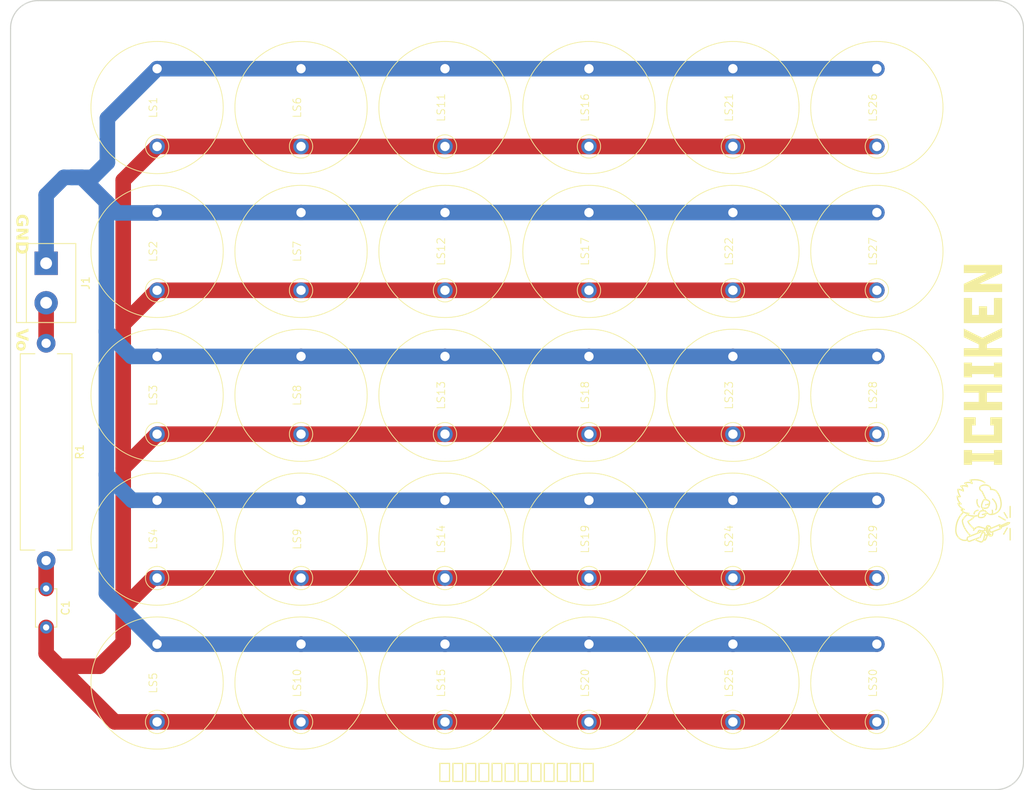
<source format=kicad_pcb>
(kicad_pcb (version 20221018) (generator pcbnew)
  (layers (0 "F.Cu" signal) (31 "B.Cu" signal) (34 "B.Paste" user) (35 "F.Paste" user) (36 "B.SilkS" user "B.Silkscreen") (37 "F.SilkS" user "F.Silkscreen") (38 "B.Mask" user) (39 "F.Mask" user) (44 "Edge.Cuts" user))
  (net 0 "")
  (net 1 "Net-(C1-Pad1)")
  (net 2 "Spk+")
  (net 3 "Spk-")
  (net 4 "Net-(J1-Pin_2)")
  (footprint "00_SpeakerArray:CUSP-T80-18-2400-TH" (layer "F.Cu") (at 154.935 94.911 90)
    (fp_text reference "LS24")
    (fp_text value "Speaker_Ultrasound")
  )
  (footprint "Resistor_THT:R_Axial_Power_L25.0mm_W6.4mm_P27.94mm" (layer "F.Cu") (at 66.675 69.723 -90)
    (fp_text reference "R1")
    (fp_text value "R")
  )
  (footprint "00_SpeakerArray:CUSP-T80-18-2400-TH" (layer "F.Cu") (at 154.935 113.411 90)
    (fp_text reference "LS25")
    (fp_text value "Speaker_Ultrasound")
  )
  (footprint "00_SpeakerArray:CUSP-T80-18-2400-TH" (layer "F.Cu") (at 136.435 39.411 90)
    (fp_text reference "LS16")
    (fp_text value "Speaker_Ultrasound")
  )
  (footprint "TerminalBlock:TerminalBlock_bornier-2_P5.08mm" (layer "F.Cu") (at 66.675 59.436 -90)
    (fp_text reference "J1")
    (fp_text value "Screw_Terminal_01x02")
  )
  (footprint "00_SpeakerArray:CUSP-T80-18-2400-TH" (layer "F.Cu") (at 117.935 94.911 90)
    (fp_text reference "LS14")
    (fp_text value "Speaker_Ultrasound")
  )
  (footprint "00_SpeakerArray:CUSP-T80-18-2400-TH" (layer "F.Cu") (at 99.435 39.411 90)
    (fp_text reference "LS6")
    (fp_text value "Speaker_Ultrasound")
  )
  (footprint "00_SpeakerArray:CUSP-T80-18-2400-TH" (layer "F.Cu") (at 154.935 39.411 90)
    (fp_text reference "LS21")
    (fp_text value "Speaker_Ultrasound")
  )
  (footprint "00_SpeakerArray:CUSP-T80-18-2400-TH" (layer "F.Cu") (at 80.935 94.911 90)
    (fp_text reference "LS4")
    (fp_text value "Speaker_Ultrasound")
  )
  (footprint "00_SpeakerArray:CUSP-T80-18-2400-TH" (layer "F.Cu") (at 80.935 39.411 90)
    (fp_text reference "LS1")
    (fp_text value "Speaker_Ultrasound")
  )
  (footprint "00_SpeakerArray:CUSP-T80-18-2400-TH" (layer "F.Cu") (at 136.435 113.411 90)
    (fp_text reference "LS20")
    (fp_text value "Speaker_Ultrasound")
  )
  (footprint "00_SpeakerArray:CUSP-T80-18-2400-TH" (layer "F.Cu") (at 99.435 57.911 90)
    (fp_text reference "LS7")
    (fp_text value "Speaker_Ultrasound")
  )
  (footprint "00_SpeakerArray:CUSP-T80-18-2400-TH" (layer "F.Cu") (at 136.435 76.411 90)
    (fp_text reference "LS18")
    (fp_text value "Speaker_Ultrasound")
  )
  (footprint "00_SpeakerArray:CUSP-T80-18-2400-TH" (layer "F.Cu") (at 154.935 76.411 90)
    (fp_text reference "LS23")
    (fp_text value "Speaker_Ultrasound")
  )
  (footprint "00_SpeakerArray:CUSP-T80-18-2400-TH" (layer "F.Cu") (at 136.435 94.911 90)
    (fp_text reference "LS19")
    (fp_text value "Speaker_Ultrasound")
  )
  (footprint "00_SpeakerArray:CUSP-T80-18-2400-TH" (layer "F.Cu") (at 99.435 76.411 90)
    (fp_text reference "LS8")
    (fp_text value "Speaker_Ultrasound")
  )
  (footprint "Capacitor_THT:C_Disc_D4.7mm_W2.5mm_P5.00mm" (layer "F.Cu") (at 66.675 101.259 -90)
    (fp_text reference "C1")
    (fp_text value "C")
  )
  (footprint "00_SpeakerArray:CUSP-T80-18-2400-TH" (layer "F.Cu") (at 117.935 113.411 90)
    (fp_text reference "LS15")
    (fp_text value "Speaker_Ultrasound")
  )
  (footprint "MountingHole:MountingHole_3.2mm_M3" (layer "F.Cu") (at 65.659 123.571)
    (fp_text reference "REF**" hide)
    (fp_text value "MountingHole_3.2mm_M3" hide)
  )
  (footprint "MountingHole:MountingHole_3.2mm_M3" (layer "F.Cu") (at 65.659 29.21)
    (fp_text reference "REF**" hide)
    (fp_text value "MountingHole_3.2mm_M3" hide)
  )
  (footprint "00_SpeakerArray:CUSP-T80-18-2400-TH" (layer "F.Cu") (at 117.935 39.411 90)
    (fp_text reference "LS11")
    (fp_text value "Speaker_Ultrasound")
  )
  (footprint "00_SpeakerArray:CUSP-T80-18-2400-TH" (layer "F.Cu") (at 154.935 57.911 90)
    (fp_text reference "LS22")
    (fp_text value "Speaker_Ultrasound")
  )
  (footprint "MountingHole:MountingHole_3.2mm_M3" (layer "F.Cu") (at 188.722 29.21)
    (fp_text reference "REF**" hide)
    (fp_text value "MountingHole_3.2mm_M3" hide)
  )
  (footprint "00_SpeakerArray:CUSP-T80-18-2400-TH" (layer "F.Cu") (at 99.435 113.411 90)
    (fp_text reference "LS10")
    (fp_text value "Speaker_Ultrasound")
  )
  (footprint "00_SpeakerArray:CUSP-T80-18-2400-TH" (layer "F.Cu") (at 173.435 76.411 90)
    (fp_text reference "LS28")
    (fp_text value "Speaker_Ultrasound")
  )
  (footprint "00_SpeakerArray:CUSP-T80-18-2400-TH" (layer "F.Cu") (at 117.935 76.411 90)
    (fp_text reference "LS13")
    (fp_text value "Speaker_Ultrasound")
  )
  (footprint "00_SpeakerArray:CUSP-T80-18-2400-TH" (layer "F.Cu") (at 99.435 94.911 90)
    (fp_text reference "LS9")
    (fp_text value "Speaker_Ultrasound")
  )
  (footprint "00_SpeakerArray:CUSP-T80-18-2400-TH" (layer "F.Cu") (at 173.435 57.911 90)
    (fp_text reference "LS27")
    (fp_text value "Speaker_Ultrasound")
  )
  (footprint "00_SpeakerArray:CUSP-T80-18-2400-TH" (layer "F.Cu") (at 80.935 76.411 90)
    (fp_text reference "LS3")
    (fp_text value "Speaker_Ultrasound")
  )
  (footprint "00_SpeakerArray:CUSP-T80-18-2400-TH" (layer "F.Cu") (at 80.935 57.911 90)
    (fp_text reference "LS2")
    (fp_text value "Speaker_Ultrasound")
  )
  (footprint "00_SpeakerArray:CUSP-T80-18-2400-TH" (layer "F.Cu") (at 173.435 39.411 90)
    (fp_text reference "LS26")
    (fp_text value "Speaker_Ultrasound")
  )
  (footprint "00_SpeakerArray:CUSP-T80-18-2400-TH" (layer "F.Cu") (at 117.935 57.911 90)
    (fp_text reference "LS12")
    (fp_text value "Speaker_Ultrasound")
  )
  (footprint "00_SpeakerArray:CUSP-T80-18-2400-TH" (layer "F.Cu") (at 136.435 57.911 90)
    (fp_text reference "LS17")
    (fp_text value "Speaker_Ultrasound")
  )
  (footprint "MountingHole:MountingHole_3.2mm_M3" (layer "F.Cu") (at 188.722 123.571)
    (fp_text reference "REF**" hide)
    (fp_text value "MountingHole_3.2mm_M3" hide)
  )
  (footprint "00_SpeakerArray:CUSP-T80-18-2400-TH" (layer "F.Cu") (at 173.435 94.911 90)
    (fp_text reference "LS29")
    (fp_text value "Speaker_Ultrasound")
  )
  (footprint "00_SpeakerArray:CUSP-T80-18-2400-TH" (layer "F.Cu") (at 80.935 113.411 90)
    (fp_text reference "LS5")
    (fp_text value "Speaker_Ultrasound")
  )
  (footprint "00_SpeakerArray:CUSP-T80-18-2400-TH" (layer "F.Cu") (at 173.435 113.411 90)
    (fp_text reference "LS30")
    (fp_text value "Speaker_Ultrasound")
  )
  (gr_poly (pts (xy 187.550689 60.686952) (xy 184.613021 60.686952) (xy 184.613021 59.632853) (xy 189.532683 59.632853) (xy 189.532683 60.686952) (xy 186.595014 62.078394) (xy 189.532683 62.078394) (xy 189.532683 63.132493) (xy 184.613021 63.132493) (xy 184.613021 62.078394)) (fill solid) (layer "F.SilkS"))
  (gr_poly (pts (xy 188.230506 89.753325) (xy 188.230773 89.749377) (xy 188.231229 89.745439) (xy 188.231875 89.741518) (xy 188.232712 89.737621) (xy 188.23374 89.733757) (xy 188.23496 89.729931) (xy 188.236373 89.726152) (xy 188.237978 89.722427) (xy 188.239778 89.718763) (xy 188.241771 89.715167) (xy 188.24396 89.711647) (xy 188.246344 89.70821) (xy 188.248925 89.704863) (xy 188.251671 89.701652) (xy 188.254546 89.698616) (xy 188.257543 89.695758) (xy 188.260654 89.693077) (xy 188.263873 89.690574) (xy 188.267191 89.68825) (xy 188.270602 89.686106) (xy 188.274098 89.684143) (xy 188.277672 89.682361) (xy 188.281316 89.680761) (xy 188.285024 89.679344) (xy 188.288788 89.678111) (xy 188.2926 89.677063) (xy 188.296454 89.676199) (xy 188.300342 89.675522) (xy 188.304256 89.675031) (xy 188.30819 89.674728) (xy 188.312136 89.674614) (xy 188.316086 89.674688) (xy 188.320034 89.674953) (xy 188.323972 89.675408) (xy 188.327893 89.676055) (xy 188.33179 89.676893) (xy 188.335654 89.677925) (xy 188.33948 89.679151) (xy 188.343259 89.680571) (xy 188.346984 89.682187) (xy 188.350648 89.683998) (xy 188.354244 89.686007) (xy 188.357764 89.688213) (xy 188.361201 89.690618) (xy 188.364548 89.693221) (xy 188.404283 89.726946) (xy 188.44298 89.762471) (xy 188.480573 89.799702) (xy 188.516997 89.83854) (xy 188.552188 89.878889) (xy 188.586079 89.920654) (xy 188.618605 89.963737) (xy 188.649703 90.008043) (xy 188.679305 90.053473) (xy 188.707349 90.099933) (xy 188.733767 90.147325) (xy 188.758496 90.195554) (xy 188.78147 90.244521) (xy 188.802623 90.294132) (xy 188.821892 90.344289) (xy 188.83921 90.394896) (xy 188.853436 90.441868) (xy 188.865755 90.488493) (xy 188.876171 90.53472) (xy 188.884685 90.580502) (xy 188.891303 90.625787) (xy 188.896025 90.670526) (xy 188.898857 90.71467) (xy 188.8998 90.758169) (xy 188.899369 90.787185) (xy 188.898077 90.815883) (xy 188.895926 90.844247) (xy 188.892916 90.872262) (xy 188.889049 90.899916) (xy 188.884326 90.927191) (xy 188.878748 90.954075) (xy 188.872316 90.980551) (xy 188.865032 91.006606) (xy 188.856895 91.032225) (xy 188.847909 91.057392) (xy 188.838073 91.082094) (xy 188.82739 91.106314) (xy 188.815859 91.13004) (xy 188.803483 91.153255) (xy 188.790262 91.175946) (xy 188.787977 91.179514) (xy 188.78554 91.182923) (xy 188.78296 91.186173) (xy 188.780242 91.189261) (xy 188.777395 91.192186) (xy 188.774425 91.194946) (xy 188.771339 91.19754) (xy 188.768145 91.199965) (xy 188.764849 91.202221) (xy 188.761458 91.204305) (xy 188.757981 91.206217) (xy 188.754423 91.207953) (xy 188.750791 91.209514) (xy 188.747094 91.210896) (xy 188.743337 91.212099) (xy 188.739528 91.21312) (xy 188.735675 91.213958) (xy 188.731783 91.214612) (xy 188.727861 91.21508) (xy 188.723915 91.21536) (xy 188.719952 91.21545) (xy 188.71598 91.215349) (xy 188.712005 91.215055) (xy 188.708035 91.214567) (xy 188.704076 91.213883) (xy 188.700136 91.213) (xy 188.696222 91.211919) (xy 188.692341 91.210636) (xy 188.688499 91.209151) (xy 188.684705 91.207462) (xy 188.680964 91.205566) (xy 188.677285 91.203463) (xy 188.677021 91.203199) (xy 188.673453 91.200913) (xy 188.670044 91.198477) (xy 188.666794 91.195896) (xy 188.663706 91.193179) (xy 188.660781 91.190331) (xy 188.658021 91.187361) (xy 188.655427 91.184276) (xy 188.653002 91.181081) (xy 188.650746 91.177785) (xy 188.648661 91.174395) (xy 188.64675 91.170917) (xy 188.645014 91.167359) (xy 188.643453 91.163728) (xy 188.642071 91.16003) (xy 188.640868 91.156274) (xy 188.639847 91.152465) (xy 188.639009 91.148611) (xy 188.638355 91.14472) (xy 188.637887 91.140797) (xy 188.637607 91.136851) (xy 188.637517 91.132889) (xy 188.637618 91.128916) (xy 188.637912 91.124941) (xy 188.6384 91.120971) (xy 188.639084 91.117013) (xy 188.639966 91.113073) (xy 188.641048 91.109158) (xy 188.64233 91.105277) (xy 188.643816 91.101436) (xy 188.645505 91.097641) (xy 188.647401 91.093901) (xy 188.649504 91.090222) (xy 188.665819 91.061148) (xy 188.680378 91.030444) (xy 188.693174 90.998206) (xy 188.704199 90.964527) (xy 188.713443 90.929503) (xy 188.7209 90.893227) (xy 188.730417 90.8173) (xy 188.732685 90.737501) (xy 188.727639 90.654588) (xy 188.715213 90.569315) (xy 188.695343 90.48244) (xy 188.667964 90.394719) (xy 188.633009 90.306908) (xy 188.590415 90.219762) (xy 188.540116 90.134038) (xy 188.512056 90.091946) (xy 188.482046 90.050492) (xy 188.450077 90.009773) (xy 188.416142 89.969881) (xy 188.380231 89.930912) (xy 188.342337 89.89296) (xy 188.302452 89.85612) (xy 188.260567 89.820486) (xy 188.257356 89.81774) (xy 188.254323 89.814865) (xy 188.251468 89.811868) (xy 188.248791 89.808757) (xy 188.246294 89.805539) (xy 188.243976 89.80222) (xy 188.241839 89.79881) (xy 188.239884 89.795314) (xy 188.23811 89.79174) (xy 188.236518 89.788095) (xy 188.235109 89.784387) (xy 188.233885 89.780623) (xy 188.232844 89.776811) (xy 188.231988 89.772957) (xy 188.231318 89.76907) (xy 188.230834 89.765155) (xy 188.230537 89.761221) (xy 188.230427 89.757275)) (fill solid) (layer "F.SilkS"))
  (gr_poly (pts (xy 186.217969 90.01184) (xy 186.220282 89.977501) (xy 186.22383 89.944237) (xy 186.228612 89.912168) (xy 186.234626 89.881416) (xy 186.241872 89.8521) (xy 186.250347 89.824341) (xy 186.260052 89.798261) (xy 186.261753 89.794381) (xy 186.263627 89.790634) (xy 186.265668 89.787021) (xy 186.267868 89.783544) (xy 186.270222 89.780208) (xy 186.272722 89.777014) (xy 186.275362 89.773966) (xy 186.278134 89.771067) (xy 186.281034 89.768318) (xy 186.284052 89.765723) (xy 186.287184 89.763286) (xy 186.290422 89.761007) (xy 186.29376 89.758891) (xy 186.29719 89.756941) (xy 186.300707 89.755158) (xy 186.304303 89.753546) (xy 186.307973 89.752108) (xy 186.311708 89.750846) (xy 186.315503 89.749764) (xy 186.319351 89.748863) (xy 186.323244 89.748148) (xy 186.327178 89.74762) (xy 186.331144 89.747282) (xy 186.335136 89.747138) (xy 186.339147 89.74719) (xy 186.343171 89.747441) (xy 186.347201 89.747894) (xy 186.351231 89.748551) (xy 186.355253 89.749416) (xy 186.359261 89.75049) (xy 186.363248 89.751778) (xy 186.367208 89.753282) (xy 186.371087 89.754983) (xy 186.374835 89.756857) (xy 186.378448 89.758898) (xy 186.381925 89.761098) (xy 186.385261 89.763452) (xy 186.388455 89.765952) (xy 186.391503 89.768592) (xy 186.394402 89.771364) (xy 186.397151 89.774263) (xy 186.399746 89.777282) (xy 186.402183 89.780414) (xy 186.404462 89.783652) (xy 186.406578 89.78699) (xy 186.408528 89.79042) (xy 186.410311 89.793937) (xy 186.411923 89.797533) (xy 186.413361 89.801203) (xy 186.414623 89.804938) (xy 186.415705 89.808733) (xy 186.416606 89.81258) (xy 186.417321 89.816474) (xy 186.417849 89.820408) (xy 186.418186 89.824374) (xy 186.418331 89.828366) (xy 186.418279 89.832377) (xy 186.418028 89.836401) (xy 186.417575 89.840431) (xy 186.416918 89.844461) (xy 186.416053 89.848483) (xy 186.414978 89.852491) (xy 186.413691 89.856478) (xy 186.412187 89.860438) (xy 186.402317 89.88709) (xy 186.394102 89.914693) (xy 186.387487 89.943151) (xy 186.382415 89.972366) (xy 186.378832 90.002241) (xy 186.376683 90.03268) (xy 186.375912 90.063587) (xy 186.376464 90.094863) (xy 186.378284 90.126413) (xy 186.381317 90.158139) (xy 186.390798 90.221732) (xy 186.404466 90.284869) (xy 186.421878 90.346775) (xy 186.442592 90.406675) (xy 186.466166 90.463794) (xy 186.492158 90.517357) (xy 186.520125 90.56659) (xy 186.549625 90.610718) (xy 186.564812 90.630626) (xy 186.580217 90.648966) (xy 186.595783 90.665643) (xy 186.611457 90.68056) (xy 186.627182 90.693619) (xy 186.642904 90.704723) (xy 186.647384 90.707778) (xy 186.651594 90.711077) (xy 186.655533 90.714605) (xy 186.659196 90.718345) (xy 186.662583 90.722283) (xy 186.665689 90.726401) (xy 186.668512 90.730685) (xy 186.671049 90.735117) (xy 186.673298 90.739683) (xy 186.675256 90.744367) (xy 186.67692 90.749152) (xy 186.678288 90.754023) (xy 186.679356 90.758963) (xy 186.680123 90.763957) (xy 186.680585 90.76899) (xy 186.680739 90.774044) (xy 186.68069 90.776921) (xy 186.68054 90.779796) (xy 186.680291 90.782666) (xy 186.679941 90.785529) (xy 186.679491 90.788382) (xy 186.678939 90.791224) (xy 186.678286 90.794052) (xy 186.677531 90.796864) (xy 186.676674 90.799657) (xy 186.675714 90.80243) (xy 186.674651 90.805179) (xy 186.673484 90.807902) (xy 186.672214 90.810598) (xy 186.670839 90.813263) (xy 186.669359 90.815896) (xy 186.667775 90.818494) (xy 186.665392 90.82201) (xy 186.662864 90.825366) (xy 186.660195 90.828558) (xy 186.657395 90.831587) (xy 186.654469 90.834449) (xy 186.651426 90.837144) (xy 186.648271 90.83967) (xy 186.645012 90.842025) (xy 186.641657 90.844209) (xy 186.638211 90.846218) (xy 186.634683 90.848053) (xy 186.631079 90.849711) (xy 186.627407 90.85119) (xy 186.623673 90.85249) (xy 186.619884 90.853608) (xy 186.616049 90.854543) (xy 186.612173 90.855294) (xy 186.608263 90.855859) (xy 186.604328 90.856236) (xy 186.600373 90.856424) (xy 186.596407 90.856422) (xy 186.592435 90.856227) (xy 186.588466 90.855838) (xy 186.584505 90.855254) (xy 186.580561 90.854474) (xy 186.576641 90.853494) (xy 186.572751 90.852315) (xy 186.568898 90.850934) (xy 186.56509 90.84935) (xy 186.561334 90.847562) (xy 186.557636 90.845567) (xy 186.554004 90.843365) (xy 186.528862 90.825963) (xy 186.504364 90.806447) (xy 186.480552 90.784885) (xy 186.457468 90.761344) (xy 186.435155 90.735894) (xy 186.413654 90.708601) (xy 186.393009 90.679535) (xy 186.37326 90.648764) (xy 186.354452 90.616356) (xy 186.336624 90.582378) (xy 186.319821 90.5469) (xy 186.304084 90.50999) (xy 186.289456 90.471715) (xy 186.275978 90.432145) (xy 186.263693 90.391346) (xy 186.252643 90.349388) (xy 186.252908 90.349388) (xy 186.244056 90.310796) (xy 186.236449 90.272195) (xy 186.230086 90.233705) (xy 186.224966 90.195446) (xy 186.221087 90.157539) (xy 186.21845 90.120104) (xy 186.217052 90.083263) (xy 186.216892 90.047134)) (fill solid) (layer "F.SilkS"))
  (gr_poly (pts (xy 190.480263 90.70207) (xy 190.48058 90.697887) (xy 190.481102 90.693765) (xy 190.481825 90.689709) (xy 190.482742 90.685725) (xy 190.48385 90.681818) (xy 190.485142 90.677993) (xy 190.486613 90.674255) (xy 190.488259 90.670609) (xy 190.490074 90.66706) (xy 190.492054 90.663614) (xy 190.494192 90.660276) (xy 190.496484 90.657051) (xy 190.498925 90.653943) (xy 190.50151 90.650958) (xy 190.504233 90.648102) (xy 190.507089 90.645379) (xy 190.510074 90.642795) (xy 190.513181 90.640354) (xy 190.516407 90.638061) (xy 190.519745 90.635923) (xy 190.523191 90.633944) (xy 190.526739 90.632129) (xy 190.530385 90.630483) (xy 190.534123 90.629011) (xy 190.537948 90.627719) (xy 190.541856 90.626612) (xy 190.54584 90.625694) (xy 190.549895 90.624972) (xy 190.554017 90.624449) (xy 190.558201 90.624132) (xy 190.562441 90.624025) (xy 190.566681 90.624132) (xy 190.570864 90.624449) (xy 190.574987 90.624972) (xy 190.579042 90.625694) (xy 190.583026 90.626612) (xy 190.586933 90.627719) (xy 190.590758 90.629011) (xy 190.594496 90.630483) (xy 190.598142 90.632129) (xy 190.60169 90.633944) (xy 190.605136 90.635923) (xy 190.608474 90.638061) (xy 190.6117 90.640354) (xy 190.614808 90.642795) (xy 190.617792 90.645379) (xy 190.620648 90.648102) (xy 190.623371 90.650958) (xy 190.625956 90.653943) (xy 190.628397 90.657051) (xy 190.630689 90.660276) (xy 190.632827 90.663614) (xy 190.634807 90.66706) (xy 190.636622 90.670609) (xy 190.638268 90.674255) (xy 190.639739 90.677993) (xy 190.641031 90.681818) (xy 190.642139 90.685725) (xy 190.643056 90.689709) (xy 190.643779 90.693765) (xy 190.644301 90.697887) (xy 190.644619 90.70207) (xy 190.644725 90.70631) (xy 190.644725 92.10675) (xy 190.644619 92.11099) (xy 190.644301 92.115174) (xy 190.643779 92.119296) (xy 190.643056 92.123351) (xy 190.642139 92.127335) (xy 190.641031 92.131243) (xy 190.639739 92.135068) (xy 190.638268 92.138806) (xy 190.636622 92.142452) (xy 190.634807 92.146) (xy 190.632827 92.149446) (xy 190.630689 92.152784) (xy 190.628397 92.15601) (xy 190.625956 92.159117) (xy 190.623371 92.162102) (xy 190.620648 92.164958) (xy 190.617792 92.167681) (xy 190.614808 92.170266) (xy 190.6117 92.172707) (xy 190.608474 92.174999) (xy 190.605136 92.177137) (xy 190.60169 92.179117) (xy 190.598142 92.180932) (xy 190.594496 92.182578) (xy 190.590758 92.184049) (xy 190.586933 92.185341) (xy 190.583026 92.186449) (xy 190.579042 92.187366) (xy 190.574987 92.188089) (xy 190.570864 92.188611) (xy 190.566681 92.188928) (xy 190.562441 92.189035) (xy 190.558201 92.188928) (xy 190.554017 92.188611) (xy 190.549895 92.188089) (xy 190.54584 92.187366) (xy 190.541856 92.186449) (xy 190.537948 92.185341) (xy 190.534123 92.184049) (xy 190.530385 92.182578) (xy 190.526739 92.180932) (xy 190.523191 92.179117) (xy 190.519745 92.177137) (xy 190.516407 92.174999) (xy 190.513181 92.172707) (xy 190.510074 92.170266) (xy 190.507089 92.167681) (xy 190.504233 92.164958) (xy 190.50151 92.162102) (xy 190.498925 92.159117) (xy 190.496484 92.15601) (xy 190.494192 92.152784) (xy 190.492054 92.149446) (xy 190.490074 92.146) (xy 190.488259 92.142452) (xy 190.486613 92.138806) (xy 190.485142 92.135068) (xy 190.48385 92.131243) (xy 190.482742 92.127335) (xy 190.481825 92.123351) (xy 190.481102 92.119296) (xy 190.48058 92.115174) (xy 190.480263 92.11099) (xy 190.480156 92.10675) (xy 190.480156 90.70631)) (fill solid) (layer "F.SilkS"))
  (gr_poly (pts (xy 185.66712 72.206909) (xy 185.66712 72.628655) (xy 188.478318 72.628655) (xy 188.478318 72.206909) (xy 189.532418 72.206909) (xy 189.532418 74.104501) (xy 188.478318 74.104501) (xy 188.478318 73.682754) (xy 185.66712 73.682754) (xy 185.66712 74.104501) (xy 184.613021 74.104501) (xy 184.613021 72.206909)) (fill solid) (layer "F.SilkS"))
  (gr_poly (pts (xy 186.524635 70.351386) (xy 186.524635 69.866404) (xy 184.613021 68.945655) (xy 184.613021 67.8352) (xy 186.98845 69.022913) (xy 189.532418 67.76482) (xy 189.532418 68.924488) (xy 187.578735 69.866142) (xy 187.578735 70.351122) (xy 189.532418 70.351122) (xy 189.532551 70.351255) (xy 189.532683 70.351386) (xy 189.532683 71.405486) (xy 184.613021 71.405486) (xy 184.613021 70.351386)) (fill solid) (layer "F.SilkS"))
  (gr_poly (pts (xy 185.853643 91.590548) (xy 185.855528 91.573939) (xy 185.858381 91.557177) (xy 185.862199 91.540288) (xy 185.866977 91.523298) (xy 185.87271 91.506232) (xy 185.879395 91.489117) (xy 185.887027 91.471979) (xy 185.895602 91.454844) (xy 185.905116 91.437737) (xy 185.915564 91.420685) (xy 185.915564 91.420156) (xy 185.935762 91.390804) (xy 185.958067 91.36243) (xy 185.982349 91.335114) (xy 186.008479 91.308936) (xy 186.036324 91.283975) (xy 186.065755 91.26031) (xy 186.096641 91.238021) (xy 186.128852 91.217187) (xy 186.162256 91.197889) (xy 186.196723 91.180204) (xy 186.232123 91.164213) (xy 186.268324 91.149996) (xy 186.305197 91.137631) (xy 186.342611 91.127198) (xy 186.380434 91.118776) (xy 186.418537 91.112446) (xy 186.422743 91.111984) (xy 186.426923 91.111739) (xy 186.431071 91.111705) (xy 186.435181 91.111878) (xy 186.439247 91.112253) (xy 186.443264 91.112826) (xy 186.447226 91.113594) (xy 186.451127 91.11455) (xy 186.45496 91.115691) (xy 186.458721 91.117013) (xy 186.462402 91.118511) (xy 186.466 91.12018) (xy 186.469506 91.122017) (xy 186.472916 91.124016) (xy 186.476225 91.126174) (xy 186.479425 91.128486) (xy 186.482511 91.130948) (xy 186.485477 91.133554) (xy 186.488317 91.136302) (xy 186.491026 91.139186) (xy 186.493598 91.142202) (xy 186.496026 91.145345) (xy 186.498306 91.148611) (xy 186.50043 91.151997) (xy 186.502393 91.155496) (xy 186.50419 91.159106) (xy 186.505814 91.162821) (xy 186.50726 91.166637) (xy 186.508521 91.17055) (xy 186.509593 91.174555) (xy 186.510468 91.178648) (xy 186.511141 91.182825) (xy 186.511281 91.183566) (xy 186.511403 91.184301) (xy 186.5116 91.185756) (xy 186.511741 91.187192) (xy 186.511836 91.188613) (xy 186.511893 91.190021) (xy 186.511923 91.19142) (xy 186.511935 91.194202) (xy 186.511848 91.197981) (xy 186.511589 91.201727) (xy 186.511162 91.205434) (xy 186.51057 91.209098) (xy 186.509816 91.212714) (xy 186.508904 91.216278) (xy 186.507837 91.219786) (xy 186.506619 91.223231) (xy 186.505252 91.226612) (xy 186.503741 91.229921) (xy 186.502089 91.233156) (xy 186.500299 91.236311) (xy 186.498374 91.239382) (xy 186.496318 91.242364) (xy 186.494135 91.245253) (xy 186.491827 91.248044) (xy 186.489398 91.250733) (xy 186.486852 91.253316) (xy 186.484191 91.255786) (xy 186.48142 91.258141) (xy 186.478542 91.260375) (xy 186.475559 91.262484) (xy 186.472476 91.264464) (xy 186.469296 91.266309) (xy 186.466022 91.268016) (xy 186.462657 91.269579) (xy 186.459206 91.270994) (xy 186.455671 91.272257) (xy 186.452056 91.273363) (xy 186.448363 91.274307) (xy 186.444598 91.275086) (xy 186.440762 91.275694) (xy 186.424026 91.278249) (xy 186.407507 91.281291) (xy 186.391214 91.284801) (xy 186.375155 91.28876) (xy 186.359338 91.293151) (xy 186.343772 91.297957) (xy 186.328464 91.303158) (xy 186.313423 91.308738) (xy 186.298658 91.314677) (xy 186.284176 91.320959) (xy 186.256094 91.334476) (xy 186.229246 91.349146) (xy 186.203696 91.364825) (xy 186.17951 91.381369) (xy 186.156754 91.398634) (xy 186.135494 91.416477) (xy 186.115796 91.434754) (xy 186.097726 91.45332) (xy 186.08135 91.472032) (xy 186.066733 91.490747) (xy 186.053941 91.509321) (xy 186.048311 91.518424) (xy 186.043132 91.527466) (xy 186.038408 91.536429) (xy 186.034143 91.545296) (xy 186.030342 91.554047) (xy 186.027008 91.562666) (xy 186.024147 91.571135) (xy 186.021761 91.579435) (xy 186.019857 91.58755) (xy 186.018437 91.59546) (xy 186.017507 91.603149) (xy 186.017069 91.610598) (xy 186.01713 91.61779) (xy 186.017692 91.624707) (xy 186.018761 91.631331) (xy 186.020339 91.637644) (xy 186.021469 91.641741) (xy 186.022381 91.645845) (xy 186.023078 91.649949) (xy 186.023564 91.654046) (xy 186.023842 91.65813) (xy 186.023916 91.662195) (xy 186.023789 91.666234) (xy 186.023465 91.670241) (xy 186.022947 91.67421) (xy 186.022239 91.678134) (xy 186.021343 91.682007) (xy 186.020265 91.685822) (xy 186.019007 91.689574) (xy 186.017572 91.693256) (xy 186.015965 91.696861) (xy 186.014188 91.700383) (xy 186.012245 91.703816) (xy 186.01014 91.707154) (xy 186.007876 91.71039) (xy 186.005457 91.713518) (xy 186.002885 91.716531) (xy 186.000165 91.719423) (xy 185.997301 91.722188) (xy 185.994295 91.72482) (xy 185.99115 91.727311) (xy 185.987872 91.729657) (xy 185.984462 91.73185) (xy 185.980925 91.733883) (xy 185.977264 91.735752) (xy 185.973482 91.737449) (xy 185.969583 91.738968) (xy 185.965571 91.740302) (xy 185.961473 91.741432) (xy 185.957369 91.742344) (xy 185.953265 91.743041) (xy 185.949168 91.743527) (xy 185.945084 91.743805) (xy 185.941019 91.743879) (xy 185.93698 91.743752) (xy 185.932973 91.743427) (xy 185.929005 91.742909) (xy 185.925081 91.742201) (xy 185.921208 91.741306) (xy 185.917392 91.740228) (xy 185.913641 91.738969) (xy 185.909959 91.737535) (xy 185.906354 91.735927) (xy 185.902831 91.73415) (xy 185.899398 91.732208) (xy 185.89606 91.730103) (xy 185.892825 91.727839) (xy 185.889697 91.725419) (xy 185.886684 91.722848) (xy 185.883791 91.720128) (xy 185.881026 91.717263) (xy 185.878395 91.714257) (xy 185.875903 91.711113) (xy 185.873558 91.707834) (xy 185.871365 91.704424) (xy 185.869331 91.700887) (xy 185.867463 91.697226) (xy 185.865766 91.693444) (xy 185.864247 91.689546) (xy 185.862912 91.685533) (xy 185.858896 91.670388) (xy 185.855875 91.654934) (xy 185.853843 91.639197) (xy 185.852796 91.623203) (xy 185.852731 91.606978)) (fill solid) (layer "F.SilkS"))
  (gr_poly (pts (xy 190.480263 93.543431) (xy 190.48058 93.539247) (xy 190.481102 93.535125) (xy 190.481825 93.531069) (xy 190.482742 93.527085) (xy 190.48385 93.523178) (xy 190.485142 93.519353) (xy 190.486613 93.515615) (xy 190.488259 93.511969) (xy 190.490074 93.508421) (xy 190.492054 93.504975) (xy 190.494192 93.501636) (xy 190.496484 93.498411) (xy 190.498925 93.495303) (xy 190.50151 93.492319) (xy 190.504233 93.489463) (xy 190.507089 93.48674) (xy 190.510074 93.484155) (xy 190.513181 93.481714) (xy 190.516407 93.479422) (xy 190.519745 93.477284) (xy 190.523191 93.475304) (xy 190.526739 93.473489) (xy 190.530385 93.471843) (xy 190.534123 93.470371) (xy 190.537948 93.469079) (xy 190.541856 93.467972) (xy 190.54584 93.467055) (xy 190.549895 93.466332) (xy 190.554017 93.46581) (xy 190.558201 93.465492) (xy 190.562441 93.465386) (xy 190.566681 93.465492) (xy 190.570864 93.46581) (xy 190.574987 93.466332) (xy 190.579042 93.467055) (xy 190.583026 93.467972) (xy 190.586933 93.469079) (xy 190.590758 93.470371) (xy 190.594496 93.471843) (xy 190.598142 93.473489) (xy 190.60169 93.475304) (xy 190.605136 93.477284) (xy 190.608474 93.479422) (xy 190.6117 93.481714) (xy 190.614808 93.484155) (xy 190.617792 93.48674) (xy 190.620648 93.489463) (xy 190.623371 93.492319) (xy 190.625956 93.495303) (xy 190.628397 93.498411) (xy 190.630689 93.501636) (xy 190.632827 93.504975) (xy 190.634807 93.508421) (xy 190.636622 93.511969) (xy 190.638268 93.515615) (xy 190.639739 93.519353) (xy 190.641031 93.523178) (xy 190.642139 93.527085) (xy 190.643056 93.531069) (xy 190.643779 93.535125) (xy 190.644301 93.539247) (xy 190.644619 93.543431) (xy 190.644725 93.547671) (xy 190.644725 95.014521) (xy 190.644619 95.018761) (xy 190.644301 95.022944) (xy 190.643779 95.027067) (xy 190.643056 95.031122) (xy 190.642139 95.035106) (xy 190.641031 95.039014) (xy 190.639739 95.042839) (xy 190.638268 95.046577) (xy 190.636622 95.050223) (xy 190.634807 95.053771) (xy 190.632827 95.057217) (xy 190.630689 95.060555) (xy 190.628397 95.063781) (xy 190.625956 95.066888) (xy 190.623371 95.069873) (xy 190.620648 95.072729) (xy 190.617792 95.075452) (xy 190.614808 95.078037) (xy 190.6117 95.080478) (xy 190.608474 95.08277) (xy 190.605136 95.084908) (xy 190.60169 95.086888) (xy 190.598142 95.088703) (xy 190.594496 95.090349) (xy 190.590758 95.09182) (xy 190.586933 95.093112) (xy 190.583026 95.09422) (xy 190.579042 95.095137) (xy 190.574987 95.09586) (xy 190.570864 95.096382) (xy 190.566681 95.096699) (xy 190.562441 95.096806) (xy 190.558201 95.096699) (xy 190.554017 95.096382) (xy 190.549895 95.09586) (xy 190.54584 95.095137) (xy 190.541856 95.09422) (xy 190.537948 95.093112) (xy 190.534123 95.09182) (xy 190.530385 95.090349) (xy 190.526739 95.088703) (xy 190.523191 95.086888) (xy 190.519745 95.084908) (xy 190.516407 95.08277) (xy 190.513181 95.080478) (xy 190.510074 95.078037) (xy 190.507089 95.075452) (xy 190.504233 95.072729) (xy 190.50151 95.069873) (xy 190.498925 95.066888) (xy 190.496484 95.063781) (xy 190.494192 95.060555) (xy 190.492054 95.057217) (xy 190.490074 95.053771) (xy 190.488259 95.050223) (xy 190.486613 95.046577) (xy 190.485142 95.042839) (xy 190.48385 95.039014) (xy 190.482742 95.035106) (xy 190.481825 95.031122) (xy 190.481102 95.027067) (xy 190.48058 95.022945) (xy 190.480263 95.018761) (xy 190.480156 95.014521) (xy 190.480156 93.547671)) (fill solid) (layer "F.SilkS"))
  (gr_poly (pts (xy 189.026355 91.984321) (xy 189.026556 91.980338) (xy 189.026953 91.976356) (xy 189.027546 91.972381) (xy 189.028339 91.968421) (xy 189.029332 91.964482) (xy 189.030529 91.960571) (xy 189.031931 91.956696) (xy 189.033539 91.952864) (xy 189.035356 91.949081) (xy 189.037383 91.945354) (xy 189.037647 91.945354) (xy 189.03986 91.941735) (xy 189.042227 91.938269) (xy 189.044741 91.934959) (xy 189.047395 91.931806) (xy 189.050182 91.928813) (xy 189.053096 91.925982) (xy 189.056128 91.923313) (xy 189.059273 91.92081) (xy 189.062523 91.918474) (xy 189.06587 91.916307) (xy 189.069309 91.91431) (xy 189.072831 91.912486) (xy 189.076431 91.910837) (xy 189.0801 91.909365) (xy 189.083832 91.90807) (xy 189.087621 91.906957) (xy 189.091458 91.906025) (xy 189.095336 91.905277) (xy 189.09925 91.904715) (xy 189.103191 91.904341) (xy 189.107153 91.904157) (xy 189.111129 91.904164) (xy 189.115112 91.904365) (xy 189.119094 91.904761) (xy 189.123068 91.905355) (xy 189.127029 91.906147) (xy 189.130968 91.907141) (xy 189.134878 91.908338) (xy 189.138753 91.909739) (xy 189.142586 91.911348) (xy 189.146369 91.913164) (xy 189.150095 91.915192) (xy 189.954693 92.379536) (xy 189.95947 92.382556) (xy 189.963976 92.38585) (xy 189.968205 92.389401) (xy 189.972152 92.39319) (xy 189.975812 92.397202) (xy 189.97918 92.401418) (xy 189.982252 92.40582) (xy 189.985021 92.410392) (xy 189.987484 92.415116) (xy 189.989634 92.419975) (xy 189.991468 92.42495) (xy 189.992979 92.430025) (xy 189.994164 92.435183) (xy 189.995016 92.440405) (xy 189.995531 92.445674) (xy 189.995704 92.450973) (xy 189.99566 92.453602) (xy 189.99553 92.456229) (xy 189.995313 92.458854) (xy 189.995009 92.461474) (xy 189.994618 92.464087) (xy 189.994141 92.466693) (xy 189.993577 92.46929) (xy 189.992926 92.471875) (xy 189.992188 92.474448) (xy 189.991363 92.477008) (xy 189.990451 92.479551) (xy 189.989453 92.482078) (xy 189.988368 92.484586) (xy 189.987196 92.487074) (xy 189.985937 92.489541) (xy 189.984591 92.491984) (xy 189.982379 92.495603) (xy 189.980012 92.499069) (xy 189.977498 92.502379) (xy 189.974844 92.505531) (xy 189.972056 92.508525) (xy 189.969143 92.511356) (xy 189.96611 92.514024) (xy 189.962966 92.516528) (xy 189.959716 92.518864) (xy 189.956369 92.521031) (xy 189.95293 92.523028) (xy 189.949408 92.524851) (xy 189.945808 92.5265) (xy 189.942139 92.527973) (xy 189.938406 92.529267) (xy 189.934618 92.530381) (xy 189.930781 92.531313) (xy 189.926903 92.532061) (xy 189.922989 92.532622) (xy 189.919048 92.532996) (xy 189.915086 92.533181) (xy 189.91111 92.533173) (xy 189.907127 92.532973) (xy 189.903145 92.532576) (xy 189.89917 92.531983) (xy 189.89521 92.53119) (xy 189.891271 92.530196) (xy 189.887361 92.529) (xy 189.883485 92.527598) (xy 189.879653 92.52599) (xy 189.87587 92.524173) (xy 189.872143 92.522146) (xy 189.067545 92.057802) (xy 189.063926 92.055589) (xy 189.06046 92.053222) (xy 189.05715 92.050708) (xy 189.053997 92.048054) (xy 189.051004 92.045267) (xy 189.048173 92.042354) (xy 189.045504 92.039321) (xy 189.043001 92.036177) (xy 189.040665 92.032927) (xy 189.038498 92.029579) (xy 189.036501 92.026141) (xy 189.034678 92.022618) (xy 189.033028 92.019019) (xy 189.031556 92.015349) (xy 189.030262 92.011617) (xy 189.029148 92.007829) (xy 189.028216 92.003992) (xy 189.027468 92.000113) (xy 189.026906 91.9962) (xy 189.026532 91.992258) (xy 189.026348 91.988296)) (fill solid) (layer "F.SilkS"))
  (gr_poly (pts (xy 189.652624 94.257356) (xy 189.652825 94.253373) (xy 189.653221 94.249391) (xy 189.653815 94.245417) (xy 189.654607 94.241456) (xy 189.655601 94.237517) (xy 189.656798 94.233607) (xy 189.658199 94.229732) (xy 189.659808 94.225899) (xy 189.661624 94.222116) (xy 189.663652 94.21839) (xy 190.116354 93.434165) (xy 190.116618 93.434165) (xy 190.118831 93.430545) (xy 190.121198 93.427079) (xy 190.123712 93.423769) (xy 190.126366 93.420617) (xy 190.129153 93.417624) (xy 190.132067 93.414792) (xy 190.135099 93.412124) (xy 190.138244 93.40962) (xy 190.141493 93.407284) (xy 190.144841 93.405117) (xy 190.14828 93.403121) (xy 190.151802 93.401297) (xy 190.155402 93.399648) (xy 190.159071 93.398175) (xy 190.162803 93.396881) (xy 190.166591 93.395767) (xy 190.170428 93.394835) (xy 190.174307 93.394087) (xy 190.178221 93.393526) (xy 190.182162 93.393152) (xy 190.186124 93.392967) (xy 190.1901 93.392975) (xy 190.194082 93.393176) (xy 190.198064 93.393572) (xy 190.202039 93.394165) (xy 190.205999 93.394958) (xy 190.209938 93.395952) (xy 190.213849 93.397148) (xy 190.217724 93.39855) (xy 190.221557 93.400158) (xy 190.22534 93.401975) (xy 190.229066 93.404002) (xy 190.233843 93.407022) (xy 190.238349 93.410316) (xy 190.242578 93.413867) (xy 190.246525 93.417657) (xy 190.250185 93.421669) (xy 190.253553 93.425884) (xy 190.256625 93.430287) (xy 190.259394 93.434859) (xy 190.261857 93.439583) (xy 190.264007 93.444441) (xy 190.265841 93.449417) (xy 190.267352 93.454492) (xy 190.268536 93.459649) (xy 190.269389 93.464871) (xy 190.269904 93.47014) (xy 190.270076 93.47544) (xy 190.270033 93.478069) (xy 190.269903 93.480696) (xy 190.269686 93.483321) (xy 190.269382 93.48594) (xy 190.268991 93.488554) (xy 190.268514 93.49116) (xy 190.267949 93.493756) (xy 190.267298 93.496342) (xy 190.26656 93.498915) (xy 190.265736 93.501474) (xy 190.264824 93.504018) (xy 190.263826 93.506545) (xy 190.262741 93.509053) (xy 190.261569 93.511541) (xy 190.26031 93.514007) (xy 190.258964 93.51645) (xy 189.806262 94.300675) (xy 189.804049 94.304295) (xy 189.801682 94.30776) (xy 189.799168 94.311071) (xy 189.796514 94.314223) (xy 189.793727 94.317216) (xy 189.790814 94.320048) (xy 189.787781 94.322716) (xy 189.784636 94.325219) (xy 189.781387 94.327555) (xy 189.778039 94.329723) (xy 189.774601 94.331719) (xy 189.771078 94.333543) (xy 189.767479 94.335192) (xy 189.763809 94.336664) (xy 189.760077 94.337959) (xy 189.756289 94.339073) (xy 189.752452 94.340004) (xy 189.748573 94.340752) (xy 189.74466 94.341314) (xy 189.740718 94.341688) (xy 189.736756 94.341872) (xy 189.73278 94.341865) (xy 189.728798 94.341664) (xy 189.724816 94.341268) (xy 189.720841 94.340674) (xy 189.716881 94.339882) (xy 189.712942 94.338888) (xy 189.709031 94.337691) (xy 189.705156 94.33629) (xy 189.701324 94.334682) (xy 189.697541 94.332865) (xy 189.693814 94.330837) (xy 189.690195 94.328625) (xy 189.686729 94.326258) (xy 189.683419 94.323744) (xy 189.680266 94.32109) (xy 189.677273 94.318302) (xy 189.674441 94.315389) (xy 189.671773 94.312357) (xy 189.66927 94.309212) (xy 189.666934 94.305962) (xy 189.664766 94.302615) (xy 189.66277 94.299176) (xy 189.660946 94.295654) (xy 189.659297 94.292054) (xy 189.657825 94.288385) (xy 189.65653 94.284652) (xy 189.655416 94.280864) (xy 189.654485 94.277027) (xy 189.653737 94.273149) (xy 189.653175 94.269235) (xy 189.652801 94.265294) (xy 189.652617 94.261332)) (fill solid) (layer "F.SilkS"))
  (gr_poly (pts (xy 185.66712 63.899259) (xy 185.66712 66.077836) (xy 186.545802 66.077836) (xy 186.545802 64.967381) (xy 187.599902 64.967381) (xy 187.599902 66.077836) (xy 188.478583 66.077836) (xy 188.478583 63.899259) (xy 189.532683 63.899259) (xy 189.532683 67.1322) (xy 184.613021 67.1322) (xy 184.613021 63.899259)) (fill solid) (layer "F.SilkS"))
  (gr_poly (pts (xy 183.503009 93.670606) (xy 183.508964 93.547527) (xy 183.518626 93.427927) (xy 183.531782 93.311797) (xy 183.548217 93.199129) (xy 183.567718 93.089913) (xy 183.590069 92.98414) (xy 183.615058 92.881801) (xy 183.642469 92.782888) (xy 183.672089 92.68739) (xy 183.703703 92.595299) (xy 183.737097 92.506605) (xy 183.772058 92.421301) (xy 183.80837 92.339376) (xy 183.84582 92.260822) (xy 183.884193 92.185629) (xy 183.923275 92.113789) (xy 183.962853 92.045292) (xy 184.042636 91.918293) (xy 184.12183 91.804558) (xy 184.19872 91.704016) (xy 184.271594 91.616595) (xy 184.338737 91.542221) (xy 184.398437 91.480822) (xy 184.448979 91.432325) (xy 184.433918 91.419344) (xy 184.41908 91.406101) (xy 184.389969 91.378851) (xy 184.36144 91.350614) (xy 184.33329 91.321432) (xy 184.305313 91.291344) (xy 184.277306 91.260392) (xy 184.220379 91.196052) (xy 184.216777 91.191634) (xy 184.213513 91.187023) (xy 184.210591 91.182237) (xy 184.208014 91.177296) (xy 184.205786 91.172216) (xy 184.20391 91.167017) (xy 184.20239 91.161716) (xy 184.20123 91.156332) (xy 184.200432 91.150882) (xy 184.2 91.145386) (xy 184.199939 91.139861) (xy 184.20025 91.134326) (xy 184.200938 91.128798) (xy 184.202006 91.123297) (xy 184.203459 91.117839) (xy 184.205298 91.112444) (xy 184.207503 91.107231) (xy 184.21004 91.102217) (xy 184.212894 91.097414) (xy 184.216051 91.092836) (xy 184.219494 91.088495) (xy 184.223208 91.084404) (xy 184.22718 91.080576) (xy 184.231392 91.077023) (xy 184.235831 91.073759) (xy 184.240482 91.070796) (xy 184.245328 91.068146) (xy 184.250355 91.065824) (xy 184.255549 91.063841) (xy 184.260893 91.06221) (xy 184.266373 91.060945) (xy 184.271973 91.060057) (xy 184.376483 91.046827) (xy 184.328202 91.01608) (xy 184.281489 90.983669) (xy 184.236351 90.949599) (xy 184.192792 90.913874) (xy 184.15082 90.876501) (xy 184.110439 90.837482) (xy 184.071656 90.796823) (xy 184.034476 90.754529) (xy 183.998906 90.710604) (xy 183.96495 90.665052) (xy 183.932616 90.617879) (xy 183.901908 90.569089) (xy 183.872832 90.518687) (xy 183.845395 90.466677) (xy 183.819602 90.413064) (xy 183.795458 90.357853) (xy 183.793508 90.35265) (xy 183.79192 90.347372) (xy 183.790695 90.342036) (xy 183.789828 90.336661) (xy 183.789317 90.331265) (xy 183.789161 90.325864) (xy 183.789357 90.320477) (xy 183.789902 90.315123) (xy 183.790795 90.309817) (xy 183.792032 90.30458) (xy 183.793612 90.299427) (xy 183.795533 90.294378) (xy 183.797791 90.289449) (xy 183.800385 90.284659) (xy 183.803312 90.280026) (xy 183.806571 90.275567) (xy 183.810121 90.271293) (xy 183.813916 90.267303) (xy 183.817939 90.263603) (xy 183.822173 90.260201) (xy 183.826602 90.2571) (xy 183.831211 90.254308) (xy 183.835983 90.25183) (xy 183.8409 90.249671) (xy 183.845949 90.247838) (xy 183.851111 90.246336) (xy 183.85637 90.245172) (xy 183.861712 90.244351) (xy 183.867118 90.243878) (xy 183.872573 90.24376) (xy 183.878061 90.244002) (xy 183.883565 90.244611) (xy 184.020354 90.264455) (xy 183.981034 90.218564) (xy 183.944232 90.171566) (xy 183.909939 90.123446) (xy 183.878149 90.07419) (xy 183.848855 90.023782) (xy 183.82205 89.972208) (xy 183.797727 89.919451) (xy 183.775879 89.865496) (xy 183.756499 89.81033) (xy 183.739581 89.753936) (xy 183.725116 89.696299) (xy 183.713098 89.637405) (xy 183.703521 89.577238) (xy 183.696377 89.515783) (xy 183.691659 89.453025) (xy 183.68936 89.388949) (xy 183.689611 89.38392) (xy 183.690162 89.37887) (xy 183.69101 89.373821) (xy 183.692151 89.368795) (xy 183.693582 89.363814) (xy 183.6953 89.358899) (xy 183.6973 89.354074) (xy 183.69958 89.34936) (xy 183.702136 89.34478) (xy 183.704964 89.340355) (xy 183.708061 89.336107) (xy 183.711424 89.332059) (xy 183.715049 89.328233) (xy 183.716958 89.32641) (xy 183.718932 89.32465) (xy 183.72097 89.322957) (xy 183.72307 89.321334) (xy 183.725234 89.319782) (xy 183.72746 89.318305) (xy 183.732046 89.315586) (xy 183.736765 89.313185) (xy 183.7416 89.311103) (xy 183.746535 89.309342) (xy 183.751554 89.307904) (xy 183.75664 89.306789) (xy 183.761777 89.306001) (xy 183.766949 89.305539) (xy 183.77214 89.305406) (xy 183.777333 89.305603) (xy 183.782512 89.306132) (xy 183.787661 89.306994) (xy 183.792764 89.308191) (xy 183.797803 89.309725) (xy 183.802764 89.311596) (xy 183.807629 89.313807) (xy 183.826845 89.322959) (xy 183.845309 89.33129) (xy 183.863031 89.338832) (xy 183.880022 89.345619) (xy 183.896291 89.351686) (xy 183.911851 89.357065) (xy 183.92671 89.361791) (xy 183.94088 89.365897) (xy 183.954371 89.369417) (xy 183.967193 89.372385) (xy 183.979357 89.374834) (xy 183.990874 89.376799) (xy 184.001753 89.378312) (xy 184.012006 89.379408) (xy 184.021642 89.38012) (xy 184.030673 89.380482) (xy 183.973007 89.27007) (xy 183.946542 89.215941) (xy 183.921722 89.16235) (xy 183.898599 89.109162) (xy 183.877222 89.056241) (xy 183.857641 89.003455) (xy 183.839908 88.950666) (xy 183.824073 88.897742) (xy 183.810185 88.844546) (xy 183.798296 88.790944) (xy 183.788455 88.7368) (xy 183.780714 88.681981) (xy 183.775121 88.626351) (xy 183.771729 88.569776) (xy 183.770587 88.512119) (xy 183.770694 88.50788) (xy 183.771012 88.503696) (xy 183.771534 88.499574) (xy 183.772257 88.495518) (xy 183.773174 88.491534) (xy 183.774281 88.487627) (xy 183.775573 88.483802) (xy 183.777045 88.480064) (xy 183.778691 88.476418) (xy 183.780506 88.47287) (xy 183.782485 88.469424) (xy 183.784624 88.466086) (xy 183.786916 88.46286) (xy 183.789357 88.459753) (xy 183.791941 88.456768) (xy 183.794664 88.453912) (xy 183.797521 88.451189) (xy 183.800505 88.448604) (xy 183.803613 88.446164) (xy 183.806838 88.443871) (xy 183.810177 88.441733) (xy 183.813623 88.439754) (xy 183.817171 88.437938) (xy 183.820817 88.436292) (xy 183.824555 88.434821) (xy 183.82838 88.433529) (xy 183.832287 88.432422) (xy 183.836271 88.431504) (xy 183.840327 88.430781) (xy 183.844449 88.430259) (xy 183.848633 88.429942) (xy 183.852873 88.429835) (xy 183.901748 88.430571) (xy 183.948697 88.432723) (xy 183.99378 88.436206) (xy 184.037056 88.440935) (xy 184.078583 88.446825) (xy 184.118419 88.453791) (xy 184.156625 88.461749) (xy 184.193259 88.470614) (xy 184.22838 88.4803) (xy 184.262047 88.490723) (xy 184.294318 88.501797) (xy 184.325253 88.513439) (xy 184.354911 88.525563) (xy 184.38335 88.538084) (xy 184.410629 88.550918) (xy 184.436808 88.563979) (xy 184.43019 88.542077) (xy 184.422875 88.520634) (xy 184.414924 88.499665) (xy 184.406394 88.479185) (xy 184.397345 88.459208) (xy 184.387836 88.439751) (xy 184.377926 88.420828) (xy 184.367673 88.402455) (xy 184.357138 88.384646) (xy 184.346377 88.367418) (xy 184.335452 88.350784) (xy 184.32442 88.33476) (xy 184.302272 88.304605) (xy 184.280406 88.277071) (xy 184.259294 88.252282) (xy 184.239407 88.230359) (xy 184.221216 88.211421) (xy 184.205194 88.195592) (xy 184.181543 88.173743) (xy 184.172225 88.165781) (xy 184.16791 88.162029) (xy 184.163899 88.158028) (xy 184.160198 88.153795) (xy 184.156813 88.149348) (xy 184.153751 88.144704) (xy 184.151017 88.13988) (xy 184.148618 88.134895) (xy 184.14656 88.129765) (xy 184.14485 88.124507) (xy 184.143493 88.119141) (xy 184.142495 88.113681) (xy 184.141864 88.108147) (xy 184.141605 88.102556) (xy 184.141723 88.096925) (xy 184.142227 88.091271) (xy 184.143121 88.085612) (xy 184.144446 88.08003) (xy 184.14613 88.074604) (xy 184.148162 88.069348) (xy 184.150529 88.064276) (xy 184.153218 88.0594) (xy 184.156218 88.054735) (xy 184.159514 88.050293) (xy 184.163097 88.04609) (xy 184.166952 88.042137) (xy 184.171067 88.038449) (xy 184.175431 88.03504) (xy 184.18003 88.031922) (xy 184.184852 88.02911) (xy 184.189886 88.026617) (xy 184.195117 88.024456) (xy 184.200535 88.022641) (xy 184.246005 88.010209) (xy 184.292137 87.999398) (xy 184.338799 87.990198) (xy 184.385859 87.982598) (xy 184.433186 87.976589) (xy 184.480648 87.972161) (xy 184.528113 87.969303) (xy 184.57545 87.968005) (xy 184.622526 87.968257) (xy 184.669209 87.97005) (xy 184.715369 87.973373) (xy 184.760873 87.978216) (xy 184.80559 87.984569) (xy 184.849387 87.992422) (xy 184.892133 88.001765) (xy 184.933696 88.012587) (xy 184.920516 87.996739) (xy 184.906627 87.980879) (xy 184.892108 87.965057) (xy 184.877038 87.949323) (xy 184.861494 87.933727) (xy 184.845557 87.918319) (xy 184.829304 87.903149) (xy 184.812814 87.888266) (xy 184.779439 87.859566) (xy 184.746061 87.832617) (xy 184.713309 87.80782) (xy 184.681812 87.785574) (xy 184.67751 87.782427) (xy 184.67344 87.779043) (xy 184.669611 87.775436) (xy 184.666032 87.771618) (xy 184.662712 87.767602) (xy 184.65966 87.7634) (xy 184.656885 87.759024) (xy 184.654395 87.754487) (xy 184.6522 87.749801) (xy 184.650308 87.744978) (xy 184.648728 87.740032) (xy 184.64747 87.734973) (xy 184.646542 87.729816) (xy 184.645953 87.724572) (xy 184.645713 87.719253) (xy 184.645829 87.713873) (xy 184.645972 87.711202) (xy 184.646203 87.708548) (xy 184.646519 87.705914) (xy 184.64692 87.7033) (xy 184.647405 87.700708) (xy 184.647973 87.698141) (xy 184.648622 87.6956) (xy 184.649351 87.693087) (xy 184.650159 87.690603) (xy 184.651046 87.68815) (xy 184.652009 87.68573) (xy 184.653047 87.683345) (xy 184.65416 87.680996) (xy 184.655346 87.678685) (xy 184.656604 87.676415) (xy 184.657934 87.674186) (xy 184.659333 87.672) (xy 184.6608 87.66986) (xy 184.662335 87.667766) (xy 184.663936 87.665721) (xy 184.665603 87.663727) (xy 184.667333 87.661784) (xy 184.669126 87.659896) (xy 184.670981 87.658063) (xy 184.672896 87.656287) (xy 184.674871 87.654571) (xy 184.676903 87.652915) (xy 184.678993 87.651322) (xy 184.681138 87.649793) (xy 184.683338 87.648331) (xy 184.685592 87.646936) (xy 184.687898 87.645611) (xy 184.730959 87.623992) (xy 184.777581 87.604952) (xy 184.827299 87.588461) (xy 184.87965 87.574488) (xy 184.93417 87.563001) (xy 184.990395 87.55397) (xy 185.047861 87.547364) (xy 185.106105 87.543151) (xy 185.164661 87.541301) (xy 185.223066 87.541783) (xy 185.280857 87.544565) (xy 185.33757 87.549617) (xy 185.392739 87.556907) (xy 185.445903 87.566406) (xy 185.496595 87.57808) (xy 185.544354 87.591901) (xy 185.538336 87.580305) (xy 185.532106 87.569082) (xy 185.52569 87.558231) (xy 185.519112 87.54775) (xy 185.512397 87.53764) (xy 185.505572 87.527897) (xy 185.498661 87.518523) (xy 185.491689 87.509516) (xy 185.484683 87.500874) (xy 185.477666 87.492598) (xy 185.463703 87.477135) (xy 185.450003 87.463121) (xy 185.436768 87.450547) (xy 185.424199 87.439405) (xy 185.412499 87.429688) (xy 185.401869 87.421388) (xy 185.392512 87.414497) (xy 185.378423 87.404912) (xy 185.371846 87.400871) (xy 185.366543 87.397464) (xy 185.361556 87.393708) (xy 185.356898 87.389624) (xy 185.352581 87.385236) (xy 185.348617 87.380565) (xy 185.345019 87.375635) (xy 185.3418 87.370468) (xy 185.338971 87.365086) (xy 185.336545 87.359511) (xy 185.334535 87.353768) (xy 185.332953 87.347876) (xy 185.331811 87.34186) (xy 185.331121 87.335742) (xy 185.330897 87.329544) (xy 185.33115 87.323288) (xy 185.331893 87.316998) (xy 185.332447 87.313891) (xy 185.333112 87.310825) (xy 185.333889 87.3078) (xy 185.334773 87.30482) (xy 185.33686 87.299002) (xy 185.339356 87.293392) (xy 185.342243 87.288008) (xy 185.345507 87.28287) (xy 185.349129 87.277996) (xy 185.353093 87.273408) (xy 185.357383 87.269123) (xy 185.361982 87.265161) (xy 185.366873 87.261542) (xy 185.37204 87.258285) (xy 185.377465 87.25541) (xy 185.38027 87.254121) (xy 185.383133 87.252935) (xy 185.386053 87.251854) (xy 185.389027 87.25088) (xy 185.392053 87.250016) (xy 185.395129 87.249265) (xy 185.394599 87.248471) (xy 185.463389 87.235012) (xy 185.619826 87.211686) (xy 185.845269 87.191572) (xy 185.978043 87.186807) (xy 186.121079 87.187749) (xy 186.272045 87.196034) (xy 186.428613 87.213295) (xy 186.588452 87.241168) (xy 186.749232 87.281288) (xy 186.908623 87.335289) (xy 186.98707 87.368006) (xy 187.064295 87.404806) (xy 187.140008 87.445894) (xy 187.213918 87.491474) (xy 187.285733 87.541751) (xy 187.355161 87.596928) (xy 187.358671 87.600036) (xy 187.361957 87.603301) (xy 187.36502 87.606712) (xy 187.367857 87.61026) (xy 187.37047 87.613933) (xy 187.372858 87.617722) (xy 187.37502 87.621615) (xy 187.376957 87.625602) (xy 187.378666 87.629673) (xy 187.38015 87.633817) (xy 187.381406 87.638024) (xy 187.382434 87.642283) (xy 187.383235 87.646584) (xy 187.383807 87.650916) (xy 187.384151 87.65527) (xy 187.384266 87.659634) (xy 187.384188 87.663158) (xy 187.383956 87.666683) (xy 187.38357 87.670202) (xy 187.38303 87.673711) (xy 187.382336 87.677202) (xy 187.381489 87.68067) (xy 187.38049 87.684109) (xy 187.379338 87.687515) (xy 187.378034 87.690879) (xy 187.376579 87.694198) (xy 187.374972 87.697464) (xy 187.373215 87.700673) (xy 187.371308 87.703819) (xy 187.36925 87.706895) (xy 187.367043 87.709895) (xy 187.364686 87.712815) (xy 187.361868 87.715975) (xy 187.358926 87.718957) (xy 187.355866 87.721759) (xy 187.352696 87.72438) (xy 187.349424 87.726822) (xy 187.346056 87.729082) (xy 187.3426 87.73116) (xy 187.339063 87.733056) (xy 187.335453 87.734769) (xy 187.331776 87.736298) (xy 187.328039 87.737643) (xy 187.324252 87.738804) (xy 187.320419 87.73978) (xy 187.316549 87.740569) (xy 187.31265 87.741172) (xy 187.308727 87.741588) (xy 187.304789 87.741817) (xy 187.300843 87.741857) (xy 187.296895 87.741709) (xy 187.292954 87.741371) (xy 187.289027 87.740844) (xy 187.28512 87.740126) (xy 187.281242 87.739216) (xy 187.277399 87.738116) (xy 187.273598 87.736822) (xy 187.269848 87.735337) (xy 187.266154 87.733657) (xy 187.262525 87.731784) (xy 187.258968 87.729716) (xy 187.255489 87.727453) (xy 187.252097 87.724995) (xy 187.248799 87.72234) (xy 187.200092 87.683172) (xy 187.149855 87.646723) (xy 187.098225 87.612904) (xy 187.045334 87.581628) (xy 186.991318 87.552806) (xy 186.936311 87.526351) (xy 186.880447 87.502174) (xy 186.823861 87.480188) (xy 186.709062 87.442438) (xy 186.592988 87.412396) (xy 186.476715 87.38936) (xy 186.36132 87.372627) (xy 186.247879 87.361493) (xy 186.137466 87.355256) (xy 186.031159 87.353213) (xy 185.930033 87.35466) (xy 185.835164 87.358894) (xy 185.747627 87.365213) (xy 185.598857 87.381291) (xy 185.612354 87.397111) (xy 185.625794 87.413916) (xy 185.639082 87.431709) (xy 185.652125 87.450497) (xy 185.664829 87.470282) (xy 185.677099 87.491071) (xy 185.688841 87.512867) (xy 185.699961 87.535676) (xy 185.710365 87.559502) (xy 185.719958 87.584349) (xy 185.728647 87.610223) (xy 185.736337 87.637127) (xy 185.742934 87.665067) (xy 185.748344 87.694048) (xy 185.752473 87.724073) (xy 185.755226 87.755148) (xy 185.755423 87.758564) (xy 185.755471 87.761964) (xy 185.755372 87.765345) (xy 185.755129 87.768701) (xy 185.754744 87.772031) (xy 185.754219 87.77533) (xy 185.753558 87.778595) (xy 185.752762 87.781821) (xy 185.751835 87.785006) (xy 185.750778 87.788145) (xy 185.749595 87.791234) (xy 185.748287 87.794271) (xy 185.746858 87.797251) (xy 185.745309 87.800171) (xy 185.743644 87.803027) (xy 185.741865 87.805816) (xy 185.739974 87.808533) (xy 185.737974 87.811175) (xy 185.735867 87.813738) (xy 185.733656 87.816219) (xy 185.731344 87.818614) (xy 185.728933 87.82092) (xy 185.726425 87.823131) (xy 185.723823 87.825246) (xy 185.72113 87.82726) (xy 185.718348 87.82917) (xy 185.715479 87.830971) (xy 185.712527 87.832661) (xy 185.709493 87.834235) (xy 185.70638 87.83569) (xy 185.703191 87.837022) (xy 185.699928 87.838227) (xy 185.69662 87.839272) (xy 185.693295 87.840173) (xy 185.689958 87.840933) (xy 185.686612 87.841552) (xy 185.683262 87.842032) (xy 185.679911 87.842373) (xy 185.676563 87.842578) (xy 185.673222 87.842647) (xy 185.669892 87.842582) (xy 185.666576 87.842383) (xy 185.663279 87.842052) (xy 185.660005 87.84159) (xy 185.656757 87.840999) (xy 185.653539 87.840279) (xy 185.650356 87.839432) (xy 185.64721 87.838459) (xy 185.644106 87.837361) (xy 185.641048 87.83614) (xy 185.63804 87.834796) (xy 185.635085 87.833331) (xy 185.632187 87.831746) (xy 185.629351 87.830043) (xy 185.626579 87.828222) (xy 185.623877 87.826284) (xy 185.621248 87.824232) (xy 185.618695 87.822065) (xy 185.616223 87.819786) (xy 185.613835 87.817395) (xy 185.611536 87.814894) (xy 185.609329 87.812284) (xy 185.607218 87.809567) (xy 185.605207 87.806742) (xy 185.599093 87.799236) (xy 185.591124 87.791863) (xy 185.569946 87.777602) (xy 185.542322 87.764132) (xy 185.508903 87.751622) (xy 185.470339 87.740246) (xy 185.427279 87.730175) (xy 185.380373 87.72158) (xy 185.330272 87.714634) (xy 185.277626 87.709508) (xy 185.223083 87.706373) (xy 185.167296 87.705402) (xy 185.110912 87.706767) (xy 185.054583 87.710638) (xy 184.998958 87.717187) (xy 184.944687 87.726587) (xy 184.89242 87.739008) (xy 184.938602 87.779378) (xy 184.962465 87.801633) (xy 184.986442 87.825131) (xy 185.010231 87.84977) (xy 185.033532 87.875447) (xy 185.056043 87.902061) (xy 185.077463 87.929509) (xy 185.097491 87.957689) (xy 185.115825 87.986498) (xy 185.132165 88.015834) (xy 185.146209 88.045595) (xy 185.152276 88.060603) (xy 185.157657 88.075678) (xy 185.162313 88.090809) (xy 185.166206 88.105982) (xy 185.1693 88.121184) (xy 185.171557 88.136403) (xy 185.172939 88.151626) (xy 185.173407 88.16684) (xy 185.17336 88.169612) (xy 185.17322 88.172369) (xy 185.172987 88.17511) (xy 185.172663 88.177833) (xy 185.17225 88.180535) (xy 185.171747 88.183215) (xy 185.171157 88.18587) (xy 185.17048 88.188499) (xy 185.169719 88.1911) (xy 185.168873 88.193671) (xy 185.167944 88.196209) (xy 185.166933 88.198713) (xy 185.165842 88.201181) (xy 185.164672 88.20361) (xy 185.163423 88.206) (xy 185.162096 88.208347) (xy 185.160694 88.21065) (xy 185.159218 88.212907) (xy 185.157667 88.215116) (xy 185.156044 88.217274) (xy 185.15435 88.219381) (xy 185.152585 88.221433) (xy 185.150752 88.223429) (xy 185.148851 88.225367) (xy 185.146883 88.227245) (xy 185.144849 88.229061) (xy 185.142752 88.230813) (xy 185.140591 88.232499) (xy 185.138368 88.234117) (xy 185.136084 88.235665) (xy 185.133741 88.23714) (xy 185.131339 88.238542) (xy 185.126412 88.241094) (xy 185.121366 88.243292) (xy 185.11622 88.245137) (xy 185.11099 88.246628) (xy 185.105696 88.247766) (xy 185.100354 88.248551) (xy 185.094983 88.248982) (xy 185.089601 88.249059) (xy 185.084224 88.248783) (xy 185.078871 88.248154) (xy 185.073561 88.247171) (xy 185.06831 88.245835) (xy 185.063136 88.244145) (xy 185.058058 88.242102) (xy 185.053093 88.239705) (xy 185.048259 88.236955) (xy 185.021231 88.221646) (xy 184.991547 88.20723) (xy 184.95937 88.193793) (xy 184.92486 88.181421) (xy 184.888178 88.170201) (xy 184.849485 88.16022) (xy 184.808942 88.151563) (xy 184.76671 88.144317) (xy 184.722948 88.138569) (xy 184.677819 88.134405) (xy 184.631484 88.131911) (xy 184.584102 88.131175) (xy 184.535835 88.132281) (xy 184.486843 88.135318) (xy 184.437288 88.14037) (xy 184.38733 88.147525) (xy 184.426706 88.195259) (xy 184.446912 88.221962) (xy 184.467139 88.25049) (xy 184.487145 88.280795) (xy 184.506686 88.312827) (xy 184.525519 88.346539) (xy 184.543401 88.38188) (xy 184.56009 88.418803) (xy 184.575342 88.457259) (xy 184.588914 88.497198) (xy 184.600564 88.538571) (xy 184.610047 88.581331) (xy 184.617122 88.625428) (xy 184.621546 88.670813) (xy 184.623074 88.717438) (xy 184.623027 88.72021) (xy 184.622886 88.722967) (xy 184.622654 88.725708) (xy 184.62233 88.72843) (xy 184.621916 88.731132) (xy 184.621414 88.733812) (xy 184.620824 88.736468) (xy 184.620147 88.739097) (xy 184.619385 88.741698) (xy 184.618539 88.744268) (xy 184.617611 88.746807) (xy 184.6166 88.749311) (xy 184.615509 88.751779) (xy 184.614338 88.754208) (xy 184.613089 88.756598) (xy 184.611763 88.758945) (xy 184.610361 88.761248) (xy 184.608884 88.763505) (xy 184.607334 88.765713) (xy 184.605711 88.767872) (xy 184.604016 88.769978) (xy 184.602252 88.772031) (xy 184.600419 88.774027) (xy 184.598517 88.775965) (xy 184.596549 88.777843) (xy 184.594516 88.779659) (xy 184.592418 88.781411) (xy 184.590257 88.783097) (xy 184.588034 88.784715) (xy 184.585751 88.786263) (xy 184.583407 88.787739) (xy 184.581005 88.78914) (xy 184.576078 88.791692) (xy 184.571033 88.793891) (xy 184.565886 88.795737) (xy 184.560657 88.797231) (xy 184.555363 88.798373) (xy 184.550021 88.799163) (xy 184.54465 88.799602) (xy 184.539267 88.799691) (xy 184.533891 88.799429) (xy 184.528538 88.798817) (xy 184.523228 88.797855) (xy 184.517977 88.796545) (xy 184.512803 88.794885) (xy 184.507725 88.792877) (xy 184.50276 88.790521) (xy 184.497926 88.787818) (xy 184.447574 88.757545) (xy 184.39366 88.726814) (xy 184.33515 88.696753) (xy 184.303849 88.682326) (xy 184.271013 88.66849) (xy 184.236511 88.655386) (xy 184.200216 88.643154) (xy 184.161997 88.631937) (xy 184.121726 88.621874) (xy 184.079274 88.613108) (xy 184.034511 88.605778) (xy 183.987309 88.600027) (xy 183.937539 88.595995) (xy 183.941855 88.646119) (xy 183.948137 88.695486) (xy 183.956351 88.744244) (xy 183.966465 88.792543) (xy 183.978447 88.84053) (xy 183.992266 88.888354) (xy 184.007887 88.936163) (xy 184.025281 88.984105) (xy 184.044414 89.03233) (xy 184.065254 89.080986) (xy 184.08777 89.13022) (xy 184.111928 89.180182) (xy 184.165045 89.282882) (xy 184.224347 89.390274) (xy 184.226011 89.393398) (xy 184.227532 89.396568) (xy 184.22891 89.399779) (xy 184.230145 89.403026) (xy 184.231237 89.406305) (xy 184.232189 89.409611) (xy 184.232999 89.412941) (xy 184.233669 89.41629) (xy 184.234199 89.419652) (xy 184.23459 89.423025) (xy 184.234842 89.426403) (xy 184.234956 89.429783) (xy 184.234931 89.433159) (xy 184.23477 89.436527) (xy 184.234472 89.439884) (xy 184.234037 89.443223) (xy 184.233467 89.446542) (xy 184.232762 89.449836) (xy 184.231922 89.453099) (xy 184.230949 89.456329) (xy 184.229841 89.45952) (xy 184.228601 89.462668) (xy 184.227228 89.465769) (xy 184.225724 89.468818) (xy 184.224088 89.47181) (xy 184.222321 89.474743) (xy 184.220423 89.47761) (xy 184.218396 89.480407) (xy 184.21624 89.483131) (xy 184.213955 89.485777) (xy 184.211542 89.48834) (xy 184.209001 89.490815) (xy 184.197589 89.5003) (xy 184.188881 89.506334) (xy 184.178082 89.512817) (xy 184.165127 89.51944) (xy 184.149949 89.525892) (xy 184.132482 89.531866) (xy 184.11266 89.537051) (xy 184.090416 89.541139) (xy 184.065684 89.54382) (xy 184.038399 89.544785) (xy 184.008492 89.543724) (xy 183.9759 89.540328) (xy 183.940554 89.534289) (xy 183.902389 89.525296) (xy 183.861339 89.51304) (xy 183.869166 89.572813) (xy 183.879656 89.631196) (xy 183.892817 89.688206) (xy 183.908658 89.74386) (xy 183.927187 89.798177) (xy 183.948412 89.851173) (xy 183.972343 89.902866) (xy 183.998988 89.953274) (xy 184.028355 90.002413) (xy 184.060453 90.050302) (xy 184.09529 90.096957) (xy 184.132876 90.142397) (xy 184.173217 90.186638) (xy 184.216324 90.229699) (xy 184.262204 90.271596) (xy 184.310866 90.312346) (xy 184.315779 90.316633) (xy 184.320293 90.321239) (xy 184.3244 90.326138) (xy 184.328093 90.331301) (xy 184.331362 90.336702) (xy 184.334199 90.342312) (xy 184.336597 90.348104) (xy 184.338548 90.354051) (xy 184.340042 90.360125) (xy 184.341073 90.366299) (xy 184.341632 90.372545) (xy 184.34171 90.378835) (xy 184.3413 90.385143) (xy 184.340394 90.39144) (xy 184.338983 90.397699) (xy 184.337059 90.403892) (xy 184.334698 90.409961) (xy 184.331894 90.415753) (xy 184.328673 90.421252) (xy 184.325058 90.426444) (xy 184.321072 90.431312) (xy 184.31674 90.435839) (xy 184.312084 90.440011) (xy 184.307128 90.443811) (xy 184.301897 90.447224) (xy 184.296413 90.450233) (xy 184.290701 90.452823) (xy 184.284784 90.454978) (xy 184.278685 90.456681) (xy 184.272428 90.457918) (xy 184.266038 90.458671) (xy 184.259537 90.458926) (xy 184.243943 90.458087) (xy 184.204635 90.454196) (xy 184.1308 90.445196) (xy 184.011622 90.429028) (xy 184.040422 90.479941) (xy 184.070972 90.528908) (xy 184.103283 90.57594) (xy 184.137369 90.621049) (xy 184.173243 90.664248) (xy 184.210917 90.70555) (xy 184.250404 90.744967) (xy 184.291716 90.782511) (xy 184.334868 90.818195) (xy 184.379871 90.85203) (xy 184.426738 90.88403) (xy 184.475482 90.914207) (xy 184.526116 90.942573) (xy 184.578652 90.969141) (xy 184.633104 90.993923) (xy 184.689484 91.016932) (xy 184.692743 91.018284) (xy 184.695918 91.019761) (xy 184.702012 91.02307) (xy 184.707747 91.02683) (xy 184.713107 91.031013) (xy 184.718073 91.035589) (xy 184.722627 91.04053) (xy 184.726751 91.045808) (xy 184.730429 91.051394) (xy 184.733641 91.057258) (xy 184.73637 91.063373) (xy 184.738599 91.06971) (xy 184.740309 91.07624) (xy 184.741483 91.082934) (xy 184.742102 91.089764) (xy 184.74215 91.0967) (xy 184.741953 91.1002) (xy 184.741607 91.103715) (xy 184.741113 91.107213) (xy 184.740474 91.11066) (xy 184.739694 91.114052) (xy 184.738777 91.117388) (xy 184.737725 91.120663) (xy 184.736541 91.123876) (xy 184.73523 91.127022) (xy 184.733794 91.130099) (xy 184.732236 91.133104) (xy 184.73056 91.136034) (xy 184.728768 91.138886) (xy 184.726864 91.141657) (xy 184.724851 91.144344) (xy 184.722733 91.146944) (xy 184.720512 91.149453) (xy 184.718192 91.15187) (xy 184.715775 91.15419) (xy 184.713266 91.156411) (xy 184.710667 91.15853) (xy 184.707982 91.160544) (xy 184.705213 91.16245) (xy 184.702364 91.164244) (xy 184.699438 91.165925) (xy 184.696438 91.167488) (xy 184.693368 91.168932) (xy 184.69023 91.170252) (xy 184.687029 91.171445) (xy 184.683766 91.17251) (xy 184.680446 91.173443) (xy 184.677071 91.17424) (xy 184.673644 91.174899) (xy 184.67017 91.175417) (xy 184.448714 91.203199) (xy 184.48293 91.238808) (xy 184.517235 91.272297) (xy 184.552102 91.303641) (xy 184.588004 91.332816) (xy 184.625415 91.359797) (xy 184.664807 91.38456) (xy 184.706655 91.40708) (xy 184.75143 91.427334) (xy 184.799607 91.445296) (xy 184.851658 91.460942) (xy 184.908057 91.474249) (xy 184.969277 91.485191) (xy 185.035792 91.493743) (xy 185.108073 91.499883) (xy 185.186596 91.503584) (xy 185.271832 91.504823) (xy 185.272361 91.504823) (xy 185.277215 91.505012) (xy 185.282043 91.505479) (xy 185.286832 91.506221) (xy 185.291569 91.507238) (xy 185.296241 91.508527) (xy 185.300834 91.510088) (xy 185.305336 91.511919) (xy 185.309734 91.514018) (xy 185.314014 91.516383) (xy 185.318162 91.519014) (xy 185.322167 91.521908) (xy 185.326014 91.525064) (xy 185.329691 91.528481) (xy 185.333184 91.532156) (xy 185.33648 91.536089) (xy 185.339566 91.540278) (xy 185.341893 91.543814) (xy 185.344014 91.547424) (xy 185.34593 91.551101) (xy 185.347642 91.554836) (xy 185.349152 91.558624) (xy 185.350462 91.562457) (xy 185.351572 91.566328) (xy 185.352485 91.570229) (xy 185.353201 91.574154) (xy 185.353721 91.578096) (xy 185.354048 91.582047) (xy 185.354183 91.586) (xy 185.354127 91.589949) (xy 185.353882 91.593886) (xy 185.353448 91.597803) (xy 185.352828 91.601694) (xy 185.352022 91.605552) (xy 185.351033 91.60937) (xy 185.349861 91.613139) (xy 185.348508 91.616855) (xy 185.346976 91.620508) (xy 185.345265 91.624092) (xy 185.343377 91.627601) (xy 185.341314 91.631026) (xy 185.339077 91.634361) (xy 185.336668 91.637598) (xy 185.334087 91.640731) (xy 185.331336 91.643752) (xy 185.328417 91.646655) (xy 185.325331 91.649431) (xy 185.322079 91.652074) (xy 185.318663 91.654578) (xy 185.309879 91.660651) (xy 185.287079 91.677167) (xy 185.252026 91.703356) (xy 185.20648 91.738451) (xy 185.315395 91.771621) (xy 185.44766 91.805626) (xy 185.520777 91.821442) (xy 185.597605 91.835668) (xy 185.677435 91.847704) (xy 185.759559 91.856951) (xy 185.843266 91.862809) (xy 185.92785 91.864678) (xy 186.0126 91.861959) (xy 186.096807 91.854053) (xy 186.179764 91.840359) (xy 186.260761 91.820279) (xy 186.300302 91.807656) (xy 186.339088 91.793212) (xy 186.37703 91.776871) (xy 186.414039 91.758559) (xy 186.424607 91.719241) (xy 186.437082 91.679293) (xy 186.451341 91.639036) (xy 186.467265 91.598796) (xy 186.484732 91.558895) (xy 186.503619 91.519657) (xy 186.523807 91.481406) (xy 186.545173 91.444465) (xy 186.567596 91.409158) (xy 186.590955 91.375809) (xy 186.615129 91.344742) (xy 186.639997 91.316279) (xy 186.652653 91.303125) (xy 186.665436 91.290744) (xy 186.678333 91.279176) (xy 186.691327 91.268462) (xy 186.704403 91.258641) (xy 186.717546 91.249755) (xy 186.730742 91.241844) (xy 186.743974 91.234948) (xy 186.755225 91.22976) (xy 186.76703 91.224811) (xy 186.779364 91.220096) (xy 186.792198 91.215613) (xy 186.819258 91.207327) (xy 186.847988 91.199924) (xy 186.87817 91.193377) (xy 186.909582 91.187658) (xy 186.942006 91.182739) (xy 186.97522 91.178592) (xy 186.973274 91.170915) (xy 186.971611 91.163168) (xy 186.970239 91.155352) (xy 186.969167 91.14747) (xy 186.968406 91.139527) (xy 186.967964 91.131525) (xy 186.967851 91.123467) (xy 186.968076 91.115357) (xy 186.968717 91.10626) (xy 186.969745 91.09723) (xy 186.971154 91.088269) (xy 186.972942 91.079382) (xy 186.975103 91.070572) (xy 186.977633 91.061844) (xy 186.980529 91.053201) (xy 186.983785 91.044647) (xy 186.987399 91.036186) (xy 186.991364 91.027822) (xy 186.995677 91.019559) (xy 187.000334 91.0114) (xy 187.005331 91.00335) (xy 187.010663 90.995412) (xy 187.016326 90.987591) (xy 187.022316 90.97989) (xy 187.010719 90.975983) (xy 186.999352 90.971898) (xy 186.98823 90.967633) (xy 186.977366 90.963184) (xy 186.966772 90.958547) (xy 186.956464 90.953719) (xy 186.946454 90.948697) (xy 186.936756 90.943477) (xy 186.927384 90.938055) (xy 186.91835 90.932428) (xy 186.90967 90.926592) (xy 186.901356 90.920545) (xy 186.893421 90.914282) (xy 186.88588 90.9078) (xy 186.878746 90.901095) (xy 186.872032 90.894165) (xy 186.854397 90.872164) (xy 186.839654 90.847516) (xy 186.827672 90.820414) (xy 186.818324 90.791051) (xy 186.811478 90.75962) (xy 186.807006 90.726313) (xy 186.804777 90.691324) (xy 186.804663 90.654845) (xy 186.806533 90.61707) (xy 186.810257 90.578191) (xy 186.822752 90.497896) (xy 186.84111 90.415502) (xy 186.864293 90.332554) (xy 186.891266 90.250594) (xy 186.920991 90.171168) (xy 186.95243 90.095817) (xy 186.984547 90.026088) (xy 187.016304 89.963522) (xy 187.046664 89.909663) (xy 187.07459 89.866056) (xy 187.099045 89.834244) (xy 187.108431 89.824266) (xy 187.118523 89.814873) (xy 187.129306 89.806067) (xy 187.140766 89.797847) (xy 187.152891 89.790217) (xy 187.165664 89.783177) (xy 187.179073 89.77673) (xy 187.193104 89.770876) (xy 187.207743 89.765618) (xy 187.222975 89.760956) (xy 187.238788 89.756893) (xy 187.255166 89.75343) (xy 187.272096 89.750569) (xy 187.289564 89.74831) (xy 187.307556 89.746656) (xy 187.326057 89.745609) (xy 186.874414 88.80819) (xy 186.836445 88.786505) (xy 186.800668 88.763284) (xy 186.767145 88.738622) (xy 186.735942 88.712613) (xy 186.707121 88.685354) (xy 186.680747 88.656939) (xy 186.656883 88.627462) (xy 186.635594 88.597019) (xy 186.616944 88.565705) (xy 186.600997 88.533615) (xy 186.587815 88.500843) (xy 186.577465 88.467485) (xy 186.573371 88.450616) (xy 186.570008 88.433635) (xy 186.567386 88.416556) (xy 186.56551 88.399389) (xy 186.564391 88.382147) (xy 186.564035 88.364842) (xy 186.56445 88.347484) (xy 186.565645 88.330087) (xy 186.567783 88.311584) (xy 186.570766 88.293333) (xy 186.574589 88.275345) (xy 186.579242 88.257624) (xy 186.584719 88.240179) (xy 186.591011 88.223018) (xy 186.606011 88.189573) (xy 186.624179 88.157348) (xy 186.645454 88.126402) (xy 186.669774 88.096793) (xy 186.697077 88.06858) (xy 186.727301 88.041821) (xy 186.760383 88.016574) (xy 186.796262 87.992899) (xy 186.834875 87.970854) (xy 186.876162 87.950496) (xy 186.920059 87.931886) (xy 186.966505 87.915081) (xy 187.015437 87.90014) (xy 187.083724 87.883452) (xy 187.152725 87.871142) (xy 187.222103 87.863136) (xy 187.291517 87.859357) (xy 187.360629 87.859731) (xy 187.4291 87.864184) (xy 187.49659 87.87264) (xy 187.562761 87.885025) (xy 187.627272 87.901265) (xy 187.689786 87.921283) (xy 187.749963 87.945006) (xy 187.807463 87.972359) (xy 187.861948 88.003266) (xy 187.913079 88.037653) (xy 187.93728 88.056129) (xy 187.960516 88.075446) (xy 187.982743 88.095596) (xy 188.00392 88.116569) (xy 188.02074 88.134688) (xy 188.036473 88.153113) (xy 188.051114 88.171822) (xy 188.064663 88.190793) (xy 188.077115 88.210001) (xy 188.088469 88.229427) (xy 188.098721 88.249046) (xy 188.107868 88.268836) (xy 188.115909 88.288775) (xy 188.122841 88.308841) (xy 188.12866 88.32901) (xy 188.133363 88.349261) (xy 188.13695 88.369571) (xy 188.139415 88.389917) (xy 188.140758 88.410277) (xy 188.140974 88.430629) (xy 188.209484 88.433975) (xy 188.289496 88.441618) (xy 188.332745 88.44751) (xy 188.377583 88.455028) (xy 188.423583 88.464355) (xy 188.470314 88.475675) (xy 188.51735 88.489171) (xy 188.564261 88.505028) (xy 188.610619 88.523429) (xy 188.655994 88.544557) (xy 188.699959 88.568597) (xy 188.742084 88.595732) (xy 188.762323 88.610518) (xy 188.781941 88.626146) (xy 188.800885 88.64264) (xy 188.819101 88.660023) (xy 188.87997 88.725138) (xy 188.940777 88.798731) (xy 189.000988 88.880188) (xy 189.060071 88.968895) (xy 189.117491 89.064239) (xy 189.172717 89.165606) (xy 189.225214 89.272383) (xy 189.274449 89.383956) (xy 189.31989 89.499712) (xy 189.361001 89.619037) (xy 189.397251 89.741317) (xy 189.428106 89.86594) (xy 189.453033 89.992291) (xy 189.471498 90.119758) (xy 189.482968 90.247726) (xy 189.48691 90.375581) (xy 189.484682 90.466524) (xy 189.478119 90.55432) (xy 189.467402 90.638988) (xy 189.452712 90.720546) (xy 189.43423 90.799012) (xy 189.412136 90.874404) (xy 189.386612 90.94674) (xy 189.357839 91.016038) (xy 189.325997 91.082316) (xy 189.291268 91.145593) (xy 189.253832 91.205885) (xy 189.213871 91.263211) (xy 189.171565 91.317589) (xy 189.127095 91.369038) (xy 189.080643 91.417574) (xy 189.032389 91.463217) (xy 188.982514 91.505984) (xy 188.931199 91.545894) (xy 188.878625 91.582963) (xy 188.824974 91.617211) (xy 188.770425 91.648655) (xy 188.71516 91.677313) (xy 188.65936 91.703204) (xy 188.603206 91.726345) (xy 188.490559 91.764451) (xy 188.378666 91.791774) (xy 188.268976 91.808459) (xy 188.162935 91.81465) (xy 188.128989 91.822338) (xy 188.094532 91.827251) (xy 188.059578 91.829398) (xy 188.055081 91.829321) (xy 188.055081 91.666248) (xy 188.073937 91.665268) (xy 188.092428 91.663044) (xy 188.110543 91.65957) (xy 188.128275 91.654842) (xy 188.140172 91.650245) (xy 188.151035 91.644109) (xy 188.160904 91.636528) (xy 188.169817 91.627595) (xy 188.177813 91.617405) (xy 188.184931 91.606053) (xy 188.191211 91.593632) (xy 188.19669 91.580237) (xy 188.201409 91.565963) (xy 188.205406 91.550903) (xy 188.211391 91.518804) (xy 188.214956 91.484693) (xy 188.216414 91.449327) (xy 188.216077 91.413458) (xy 188.214257 91.37784) (xy 188.211265 91.34323) (xy 188.207414 91.310379) (xy 188.198383 91.252976) (xy 188.189658 91.211665) (xy 188.188703 91.207523) (xy 188.187969 91.203385) (xy 188.187452 91.199258) (xy 188.187149 91.195148) (xy 188.187054 91.191062) (xy 188.187165 91.187004) (xy 188.187478 91.182982) (xy 188.187988 91.179001) (xy 188.188692 91.175068) (xy 188.189586 91.171189) (xy 188.190666 91.16737) (xy 188.191928 91.163616) (xy 188.193368 91.159936) (xy 188.194983 91.156333) (xy 188.196768 91.152815) (xy 188.19872 91.149388) (xy 188.200835 91.146058) (xy 188.203108 91.142831) (xy 188.205537 91.139713) (xy 188.208117 91.136711) (xy 188.210844 91.13383) (xy 188.213714 91.131076) (xy 188.216725 91.128456) (xy 188.21987 91.125977) (xy 188.223148 91.123643) (xy 188.226553 91.121462) (xy 188.230082 91.119439) (xy 188.233732 91.117581) (xy 188.237498 91.115894) (xy 188.241376 91.114383) (xy 188.245362 91.113055) (xy 188.249454 91.111917) (xy 188.253597 91.111009) (xy 188.257736 91.110318) (xy 188.261867 91.10984) (xy 188.265981 91.109571) (xy 188.270073 91.109507) (xy 188.274137 91.109645) (xy 188.278166 91.109981) (xy 188.282155 91.110511) (xy 188.286096 91.111232) (xy 188.289983 91.11214) (xy 188.29381 91.113232) (xy 188.297572 91.114503) (xy 188.301261 91.11595) (xy 188.304871 91.117569) (xy 188.308396 91.119357) (xy 188.311829 91.12131) (xy 188.315165 91.123424) (xy 188.318397 91.125695) (xy 188.321519 91.128121) (xy 188.324524 91.130696) (xy 188.327406 91.133418) (xy 188.33016 91.136283) (xy 188.332777 91.139287) (xy 188.335253 91.142427) (xy 188.337581 91.145698) (xy 188.339755 91.149097) (xy 188.341768 91.152621) (xy 188.343614 91.156266) (xy 188.345286 91.160027) (xy 188.346779 91.163902) (xy 188.348087 91.167887) (xy 188.349202 91.171977) (xy 188.356966 91.206076) (xy 188.362289 91.233239) (xy 188.367855 91.265971) (xy 188.373123 91.303391) (xy 188.377554 91.344618) (xy 188.380608 91.388772) (xy 188.38145 91.411672) (xy 188.381746 91.434973) (xy 188.381398 91.459608) (xy 188.380303 91.484417) (xy 188.378383 91.509276) (xy 188.375561 91.53406) (xy 188.373787 91.546385) (xy 188.371759 91.558645) (xy 188.369467 91.570825) (xy 188.3669 91.582908) (xy 188.36405 91.59488) (xy 188.360906 91.606725) (xy 188.357459 91.618427) (xy 188.3537 91.629971) (xy 188.439356 91.609056) (xy 188.5256 91.58088) (xy 188.611589 91.54536) (xy 188.69648 91.502409) (xy 188.779428 91.451942) (xy 188.85959 91.393874) (xy 188.936122 91.328119) (xy 189.00818 91.254593) (xy 189.042267 91.214889) (xy 189.07492 91.17321) (xy 189.106033 91.129546) (xy 189.1355 91.083885) (xy 189.163215 91.036218) (xy 189.189074 90.986533) (xy 189.21297 90.93482) (xy 189.234799 90.881068) (xy 189.254455 90.825266) (xy 189.271832 90.767405) (xy 189.286826 90.707472) (xy 189.299329 90.645458) (xy 189.309238 90.581352) (xy 189.316446 90.515143) (xy 189.320848 90.446821) (xy 189.322339 90.376375) (xy 189.318726 90.260689) (xy 189.308204 90.144056) (xy 189.291251 90.027127) (xy 189.268344 89.910555) (xy 189.239959 89.794993) (xy 189.206574 89.681092) (xy 189.168667 89.569505) (xy 189.126713 89.460884) (xy 189.081191 89.355881) (xy 189.032577 89.255149) (xy 188.981348 89.15934) (xy 188.927982 89.069106) (xy 188.872956 88.9851) (xy 188.816746 88.907974) (xy 188.75983 88.838379) (xy 188.702685 88.776969) (xy 188.68283 88.758433) (xy 188.661694 88.741192) (xy 188.639402 88.725199) (xy 188.61608 88.710408) (xy 188.59185 88.696773) (xy 188.566838 88.684247) (xy 188.541167 88.672784) (xy 188.514963 88.662338) (xy 188.48835 88.652863) (xy 188.461452 88.644312) (xy 188.407299 88.629796) (xy 188.353499 88.618422) (xy 188.301048 88.609818) (xy 188.250941 88.603614) (xy 188.204173 88.59944) (xy 188.16174 88.596924) (xy 188.124637 88.595696) (xy 188.070401 88.595624) (xy 188.049429 88.596259) (xy 188.04438 88.596402) (xy 188.039363 88.59624) (xy 188.03439 88.595779) (xy 188.029474 88.595022) (xy 188.024627 88.593976) (xy 188.019863 88.592644) (xy 188.015195 88.591033) (xy 188.010634 88.589147) (xy 188.006195 88.586992) (xy 188.001889 88.584572) (xy 187.99773 88.581892) (xy 187.99373 88.578957) (xy 187.989902 88.575773) (xy 187.986259 88.572344) (xy 187.982814 88.568676) (xy 187.979579 88.564773) (xy 187.97659 88.560679) (xy 187.973877 88.556443) (xy 187.971441 88.552078) (xy 187.969285 88.547596) (xy 187.967411 88.54301) (xy 187.965822 88.538333) (xy 187.964519 88.533578) (xy 187.963506 88.528757) (xy 187.962784 88.523883) (xy 187.962356 88.51897) (xy 187.962223 88.514029) (xy 187.96239 88.509074) (xy 187.962857 88.504117) (xy 187.963627 88.499172) (xy 187.964702 88.494251) (xy 187.966085 88.489366) (xy 187.969039 88.479246) (xy 187.971464 88.469226) (xy 187.973376 88.45931) (xy 187.974794 88.449502) (xy 187.975736 88.439804) (xy 187.976219 88.43022) (xy 187.976261 88.420752) (xy 187.975879 88.411405) (xy 187.975092 88.402181) (xy 187.973916 88.393083) (xy 187.97237 88.384115) (xy 187.970471 88.37528) (xy 187.968237 88.366581) (xy 187.965686 88.358021) (xy 187.962835 88.349604) (xy 187.959702 88.341332) (xy 187.952661 88.325238) (xy 187.944704 88.309765) (xy 187.935973 88.294939) (xy 187.926609 88.280784) (xy 187.916753 88.267327) (xy 187.906548 88.254594) (xy 187.896133 88.242609) (xy 187.885652 88.231398) (xy 187.855054 88.202477) (xy 187.820478 88.174903) (xy 187.782177 88.148906) (xy 187.7404 88.124717) (xy 187.695401 88.102567) (xy 187.647429 88.082686) (xy 187.596738 88.065305) (xy 187.543579 88.050654) (xy 187.488203 88.038965) (xy 187.430861 88.030467) (xy 187.371805 88.025391) (xy 187.311287 88.023969) (xy 187.249558 88.026429) (xy 187.186871 88.033004) (xy 187.123475 88.043924) (xy 187.059623 88.059419) (xy 187.023385 88.070311) (xy 186.989015 88.082323) (xy 186.956559 88.095415) (xy 186.926062 88.109549) (xy 186.89757 88.124684) (xy 186.88409 88.132615) (xy 186.871128 88.140781) (xy 186.858689 88.149178) (xy 186.846781 88.1578) (xy 186.835407 88.166644) (xy 186.824574 88.175703) (xy 186.814288 88.184973) (xy 186.804553 88.194449) (xy 186.795377 88.204125) (xy 186.786764 88.213998) (xy 186.77872 88.224062) (xy 186.771251 88.234312) (xy 186.764363 88.244743) (xy 186.75806 88.255351) (xy 186.75235 88.266129) (xy 186.747237 88.277074) (xy 186.742727 88.288181) (xy 186.738826 88.299444) (xy 186.735539 88.310858) (xy 186.732873 88.32242) (xy 186.730832 88.334122) (xy 186.729423 88.345962) (xy 186.728708 88.357575) (xy 186.728593 88.369192) (xy 186.729071 88.380803) (xy 186.730137 88.3924) (xy 186.731783 88.403972) (xy 186.734004 88.415513) (xy 186.736792 88.427011) (xy 186.740143 88.438459) (xy 186.744049 88.449847) (xy 186.748504 88.461167) (xy 186.753501 88.472408) (xy 186.759035 88.483563) (xy 186.771687 88.505577) (xy 186.786408 88.527136) (xy 186.803147 88.548168) (xy 186.821854 88.5686) (xy 186.842478 88.588361) (xy 186.864968 88.607379) (xy 186.889274 88.625582) (xy 186.915344 88.642896) (xy 186.943128 88.659252) (xy 186.972575 88.674575) (xy 186.975616 88.676128) (xy 186.978585 88.677808) (xy 186.981478 88.67961) (xy 186.984291 88.681533) (xy 186.987021 88.683572) (xy 186.989663 88.685723) (xy 186.992213 88.687984) (xy 186.994668 88.690351) (xy 186.997024 88.69282) (xy 186.999276 88.695388) (xy 187.001422 88.698051) (xy 187.003457 88.700806) (xy 187.005377 88.703649) (xy 187.007179 88.706578) (xy 187.008858 88.709587) (xy 187.01041 88.712675) (xy 187.517881 89.765452) (xy 187.552946 89.774025) (xy 187.588145 89.784042) (xy 187.623256 89.795464) (xy 187.658061 89.808253) (xy 187.692338 89.82237) (xy 187.725869 89.837778) (xy 187.758432 89.854438) (xy 187.789807 89.872311) (xy 187.819775 89.891359) (xy 187.848114 89.911544) (xy 187.874606 89.932827) (xy 187.88709 89.943869) (xy 187.89903 89.955171) (xy 187.910398 89.966728) (xy 187.921166 89.978536) (xy 187.931307 89.99059) (xy 187.940793 90.002884) (xy 187.949597 90.015415) (xy 187.957692 90.028177) (xy 187.965049 90.041166) (xy 187.971642 90.054377) (xy 187.975474 90.063054) (xy 187.979038 90.072014) (xy 187.982334 90.081249) (xy 187.985367 90.090749) (xy 187.988139 90.100507) (xy 187.990655 90.110513) (xy 187.992915 90.12076) (xy 187.994925 90.131239) (xy 187.996687 90.141941) (xy 187.998204 90.152857) (xy 187.999478 90.16398) (xy 188.000515 90.1753) (xy 188.001883 90.1985) (xy 188.002334 90.222388) (xy 188.000675 90.270914) (xy 187.995836 90.3213) (xy 187.988022 90.373037) (xy 187.977438 90.425617) (xy 187.96429 90.478529) (xy 187.948783 90.531266) (xy 187.931123 90.583319) (xy 187.911515 90.634178) (xy 187.890165 90.683336) (xy 187.867277 90.730282) (xy 187.843058 90.774508) (xy 187.817712 90.815505) (xy 187.791446 90.852764) (xy 187.764464 90.885777) (xy 187.750769 90.900532) (xy 187.736972 90.914034) (xy 187.723099 90.926221) (xy 187.709175 90.937027) (xy 187.691895 90.948241) (xy 187.672127 90.95875) (xy 187.650054 90.968532) (xy 187.62586 90.977562) (xy 187.599731 90.985819) (xy 187.571849 90.99328) (xy 187.542399 90.999921) (xy 187.511565 91.00572) (xy 187.479531 91.010654) (xy 187.446481 91.0147) (xy 187.412599 91.017835) (xy 187.37807 91.020036) (xy 187.346009 91.021177) (xy 187.346009 90.855974) (xy 187.394411 90.854084) (xy 187.441009 90.850288) (xy 187.484813 90.844613) (xy 187.524835 90.837088) (xy 187.560089 90.827739) (xy 187.589586 90.816593) (xy 187.601867 90.810355) (xy 187.612338 90.803677) (xy 187.625162 90.793473) (xy 187.637918 90.781486) (xy 187.650572 90.767826) (xy 187.663092 90.752601) (xy 187.675446 90.73592) (xy 187.687603 90.717892) (xy 187.699529 90.698627) (xy 187.711192 90.678232) (xy 187.722561 90.656817) (xy 187.733604 90.634491) (xy 187.744287 90.611363) (xy 187.75458 90.587542) (xy 187.764449 90.563136) (xy 187.773863 90.538254) (xy 187.782789 90.513006) (xy 187.791196 90.4875) (xy 187.429775 90.583544) (xy 187.425655 90.584549) (xy 187.421536 90.585335) (xy 187.417423 90.585905) (xy 187.413322 90.586263) (xy 187.409241 90.586412) (xy 187.405185 90.586357) (xy 187.40116 90.586102) (xy 187.397173 90.585648) (xy 187.393231 90.585002) (xy 187.389339 90.584166) (xy 187.385503 90.583144) (xy 187.381731 90.58194) (xy 187.378029 90.580557) (xy 187.374401 90.579) (xy 187.370856 90.577271) (xy 187.367399 90.575375) (xy 187.364037 90.573316) (xy 187.360776 90.571097) (xy 187.357621 90.568722) (xy 187.354581 90.566194) (xy 187.351659 90.563518) (xy 187.348864 90.560697) (xy 187.346202 90.557734) (xy 187.343678 90.554634) (xy 187.341299 90.551401) (xy 187.339071 90.548037) (xy 187.337001 90.544548) (xy 187.335094 90.540935) (xy 187.333358 90.537204) (xy 187.331798 90.533358) (xy 187.330421 90.529401) (xy 187.329233 90.525336) (xy 187.328252 90.521216) (xy 187.327489 90.517097) (xy 187.32694 90.512983) (xy 187.326602 90.508883) (xy 187.326471 90.504802) (xy 187.326543 90.500745) (xy 187.326814 90.496721) (xy 187.327282 90.492734) (xy 187.327942 90.488792) (xy 187.32879 90.4849) (xy 187.329823 90.481064) (xy 187.331038 90.477292) (xy 187.33243 90.473589) (xy 187.333996 90.469962) (xy 187.335731 90.466417) (xy 187.337634 90.46296) (xy 187.339699 90.459598) (xy 187.341923 90.456337) (xy 187.344303 90.453182) (xy 187.346834 90.450141) (xy 187.349514 90.44722) (xy 187.352337 90.444425) (xy 187.355302 90.441763) (xy 187.358403 90.439239) (xy 187.361638 90.43686) (xy 187.365003 90.434632) (xy 187.368493 90.432562) (xy 187.372106 90.430655) (xy 187.375837 90.428919) (xy 187.379684 90.427359) (xy 187.383641 90.425982) (xy 187.387706 90.424794) (xy 187.833 90.306261) (xy 187.834747 90.292232) (xy 187.836213 90.278438) (xy 187.837389 90.264904) (xy 187.838267 90.251654) (xy 187.838838 90.238712) (xy 187.839093 90.226103) (xy 187.839024 90.213852) (xy 187.838623 90.201982) (xy 187.83788 90.190519) (xy 187.836788 90.179486) (xy 187.835338 90.168908) (xy 187.833521 90.15881) (xy 187.831329 90.149215) (xy 187.828753 90.140149) (xy 187.825785 90.131635) (xy 187.822417 90.123699) (xy 187.813121 90.106951) (xy 187.800844 90.090216) (xy 187.785788 90.073597) (xy 187.768152 90.057201) (xy 187.748139 90.041132) (xy 187.725948 90.025495) (xy 187.701781 90.010395) (xy 187.675838 89.995938) (xy 187.648319 89.982227) (xy 187.619427 89.969369) (xy 187.58936 89.957469) (xy 187.558321 89.94663) (xy 187.52651 89.936959) (xy 187.494128 89.92856) (xy 187.461375 89.921539) (xy 187.428452 89.916) (xy 187.408025 89.913371) (xy 187.388527 89.911507) (xy 187.369973 89.91037) (xy 187.352381 89.909919) (xy 187.335766 89.910115) (xy 187.320147 89.910917) (xy 187.30554 89.912286) (xy 187.29196 89.914181) (xy 187.279426 89.916564) (xy 187.267953 89.919393) (xy 187.257558 89.922629) (xy 187.248259 89.926232) (xy 187.244025 89.928159) (xy 187.24007 89.930163) (xy 187.236398 89.932238) (xy 187.233011 89.93438) (xy 187.229909 89.936584) (xy 187.227095 89.938845) (xy 187.224572 89.941158) (xy 187.222342 89.943517) (xy 187.197468 89.975912) (xy 187.171518 90.017322) (xy 187.145023 90.06639) (xy 187.118514 90.121755) (xy 187.092521 90.18206) (xy 187.067575 90.245945) (xy 187.044206 90.312052) (xy 187.022945 90.379021) (xy 187.004323 90.445495) (xy 186.98887 90.510113) (xy 186.977117 90.571518) (xy 186.969595 90.62835) (xy 186.966833 90.67925) (xy 186.967403 90.702052) (xy 186.969363 90.722861) (xy 186.972778 90.741508) (xy 186.977714 90.757822) (xy 186.98424 90.771635) (xy 186.992419 90.782776) (xy 186.992154 90.782776) (xy 187.001304 90.791285) (xy 187.012348 90.799253) (xy 187.025164 90.806685) (xy 187.039628 90.813582) (xy 187.073006 90.825788) (xy 187.111494 90.835899) (xy 187.154104 90.843942) (xy 187.199849 90.849943) (xy 187.24774 90.853931) (xy 187.296789 90.855933) (xy 187.346009 90.855974) (xy 187.346009 91.021177) (xy 187.343077 91.021281) (xy 187.307805 91.021547) (xy 187.272437 91.02081) (xy 187.237159 91.019048) (xy 187.235038 91.020907) (xy 187.232843 91.022711) (xy 187.230573 91.024453) (xy 187.228229 91.026126) (xy 187.22581 91.027725) (xy 187.224573 91.028494) (xy 187.223318 91.029243) (xy 187.222043 91.02997) (xy 187.22075 91.030675) (xy 187.219439 91.031356) (xy 187.218108 91.032013) (xy 187.212442 91.034912) (xy 187.206998 91.037852) (xy 187.201775 91.040829) (xy 187.196768 91.043838) (xy 187.191976 91.046875) (xy 187.187394 91.049936) (xy 187.18302 91.053018) (xy 187.178851 91.056115) (xy 187.174883 91.059224) (xy 187.171114 91.06234) (xy 187.16754 91.065459) (xy 187.164158 91.068578) (xy 187.160966 91.071692) (xy 187.157959 91.074796) (xy 187.152492 91.080961) (xy 187.147731 91.087039) (xy 187.143653 91.092996) (xy 187.140232 91.0988) (xy 187.137444 91.104418) (xy 187.135263 91.109815) (xy 187.133665 91.114959) (xy 187.132625 91.119816) (xy 187.132119 91.124353) (xy 187.132118 91.125146) (xy 187.132031 91.126799) (xy 187.132016 91.128436) (xy 187.132072 91.130055) (xy 187.132196 91.131657) (xy 187.132387 91.133241) (xy 187.132642 91.134809) (xy 187.13296 91.136359) (xy 187.133338 91.137891) (xy 187.133775 91.139407) (xy 187.134268 91.140904) (xy 187.134816 91.142384) (xy 187.135416 91.143847) (xy 187.136766 91.146719) (xy 187.138303 91.149521) (xy 187.14001 91.152251) (xy 187.141872 91.154909) (xy 187.143873 91.157495) (xy 187.145997 91.160009) (xy 187.148227 91.16245) (xy 187.150549 91.164817) (xy 187.152946 91.167111) (xy 187.155402 91.169331) (xy 187.183557 91.169353) (xy 187.211179 91.169802) (xy 187.238132 91.170661) (xy 187.264278 91.171911) (xy 187.289481 91.173533) (xy 187.313606 91.175508) (xy 187.336515 91.177818) (xy 187.358073 91.180444) (xy 187.359925 91.180444) (xy 187.359974 91.180444) (xy 187.360021 91.180447) (xy 187.360067 91.18045) (xy 187.360111 91.180455) (xy 187.360154 91.180461) (xy 187.360196 91.180468) (xy 187.360237 91.180476) (xy 187.360276 91.180485) (xy 187.360351 91.180505) (xy 187.360422 91.180527) (xy 187.36049 91.180551) (xy 187.360553 91.180576) (xy 187.360671 91.180624) (xy 187.360727 91.180647) (xy 187.36078 91.180667) (xy 187.360832 91.180684) (xy 187.360883 91.180697) (xy 187.360908 91.180702) (xy 187.360933 91.180705) (xy 187.360958 91.180707) (xy 187.360983 91.180708) (xy 187.36469 91.181381) (xy 187.368366 91.18221) (xy 187.372006 91.183195) (xy 187.375601 91.184338) (xy 187.379147 91.185639) (xy 187.382638 91.187099) (xy 187.386066 91.188718) (xy 187.389426 91.190498) (xy 187.392711 91.192439) (xy 187.395916 91.194542) (xy 187.399035 91.196808) (xy 187.40206 91.199237) (xy 187.404986 91.201831) (xy 187.407806 91.20459) (xy 187.410515 91.207515) (xy 187.413106 91.210606) (xy 187.464254 91.272818) (xy 187.514862 91.33064) (xy 187.564862 91.384028) (xy 187.614185 91.432939) (xy 187.662762 91.477329) (xy 187.710525 91.517155) (xy 187.757405 91.552374) (xy 187.803333 91.582941) (xy 187.825919 91.596468) (xy 187.848241 91.608815) (xy 187.870292 91.619977) (xy 187.892061 91.62995) (xy 187.913541 91.638728) (xy 187.934723 91.646305) (xy 187.955599 91.652676) (xy 187.97616 91.657835) (xy 187.996397 91.661777) (xy 188.016302 91.664497) (xy 188.035866 91.665989) (xy 188.055081 91.666248) (xy 188.055081 91.829321) (xy 188.024144 91.828789) (xy 187.988245 91.825432) (xy 187.951896 91.819338) (xy 187.915114 91.810515) (xy 187.877912 91.798973) (xy 187.840308 91.784722) (xy 187.802316 91.767769) (xy 187.763952 91.748125) (xy 187.725231 91.7258) (xy 187.68617 91.700801) (xy 187.646782 91.673139) (xy 187.607085 91.642823) (xy 187.567093 91.609862) (xy 187.553574 91.648748) (xy 187.538242 91.687936) (xy 187.521281 91.727155) (xy 187.502874 91.766136) (xy 187.483205 91.804611) (xy 187.462458 91.842309) (xy 187.440816 91.878961) (xy 187.418464 91.914299) (xy 187.395584 91.948052) (xy 187.372361 91.979951) (xy 187.348978 92.009727) (xy 187.32562 92.037111) (xy 187.302469 92.061833) (xy 187.279709 92.083623) (xy 187.257525 92.102213) (xy 187.246706 92.110224) (xy 187.2361 92.117333) (xy 187.201769 92.136591) (xy 187.1621 92.154352) (xy 187.117867 92.170428) (xy 187.069846 92.184633) (xy 187.018814 92.196776) (xy 186.965544 92.206672) (xy 186.910814 92.214131) (xy 186.855397 92.218966) (xy 186.805839 92.220778) (xy 186.805839 92.057575) (xy 186.847791 92.055786) (xy 186.890322 92.052158) (xy 186.932757 92.046735) (xy 186.974418 92.039561) (xy 187.014631 92.030679) (xy 187.052718 92.020135) (xy 187.088004 92.00797) (xy 187.119811 91.99423) (xy 187.147464 91.978957) (xy 187.156206 91.972916) (xy 187.165435 91.96555) (xy 187.175103 91.956925) (xy 187.185163 91.947104) (xy 187.19557 91.936154) (xy 187.206275 91.924138) (xy 187.217232 91.911121) (xy 187.228394 91.897168) (xy 187.239714 91.882344) (xy 187.251145 91.866714) (xy 187.274154 91.833292) (xy 187.297045 91.797421) (xy 187.319444 91.759618) (xy 187.014115 91.828674) (xy 187.00995 91.829506) (xy 187.005795 91.830121) (xy 187.001655 91.830522) (xy 186.997536 91.830712) (xy 186.993445 91.830696) (xy 186.989387 91.830479) (xy 186.985369 91.830062) (xy 186.981397 91.829451) (xy 186.977477 91.82865) (xy 186.973615 91.827661) (xy 186.969817 91.82649) (xy 186.96609 91.825139) (xy 186.962438 91.823614) (xy 186.95887 91.821917) (xy 186.955389 91.820052) (xy 186.952004 91.818024) (xy 186.948719 91.815837) (xy 186.945541 91.813493) (xy 186.942476 91.810998) (xy 186.93953 91.808355) (xy 186.936709 91.805567) (xy 186.93402 91.802639) (xy 186.931468 91.799575) (xy 186.929059 91.796378) (xy 186.9268 91.793053) (xy 186.924697 91.789602) (xy 186.922756 91.786031) (xy 186.920982 91.782343) (xy 186.919383 91.778541) (xy 186.917963 91.774631) (xy 186.91673 91.770614) (xy 186.91569 91.766497) (xy 186.914881 91.762332) (xy 186.914289 91.758177) (xy 186.913909 91.754037) (xy 186.913738 91.749918) (xy 186.913772 91.745827) (xy 186.914006 91.741769) (xy 186.914437 91.737751) (xy 186.915061 91.733779) (xy 186.915875 91.729859) (xy 186.916873 91.725997) (xy 186.918053 91.7222) (xy 186.91941 91.718472) (xy 186.920942 91.714821) (xy 186.922642 91.711252) (xy 186.924509 91.707772) (xy 186.926538 91.704386) (xy 186.928725 91.701101) (xy 186.931066 91.697923) (xy 186.933557 91.694858) (xy 186.936195 91.691912) (xy 186.938976 91.689092) (xy 186.941895 91.686402) (xy 186.944949 91.68385) (xy 186.948134 91.681442) (xy 186.951447 91.679183) (xy 186.954882 91.67708) (xy 186.958437 91.675138) (xy 186.962108 91.673365) (xy 186.96589 91.671765) (xy 186.969779 91.670346) (xy 186.973773 91.669113) (xy 186.977867 91.668072) (xy 187.406228 91.571234) (xy 187.410193 91.559478) (xy 187.413942 91.547831) (xy 187.417454 91.536301) (xy 187.420713 91.524899) (xy 187.423699 91.513633) (xy 187.426393 91.502513) (xy 187.428778 91.491548) (xy 187.430833 91.480747) (xy 187.415354 91.464301) (xy 187.399869 91.447504) (xy 187.384371 91.430354) (xy 187.368855 91.412848) (xy 187.353314 91.394982) (xy 187.337741 91.376753) (xy 187.322132 91.358158) (xy 187.306479 91.339195) (xy 187.276137 91.336624) (xy 187.244173 91.334767) (xy 187.210924 91.333623) (xy 187.176726 91.333192) (xy 187.141918 91.333474) (xy 187.106836 91.334469) (xy 187.071818 91.336177) (xy 187.0372 91.338599) (xy 187.00332 91.341734) (xy 186.970516 91.345581) (xy 186.939123 91.350142) (xy 186.909481 91.355416) (xy 186.881924 91.361404) (xy 186.856792 91.368104) (xy 186.834421 91.375518) (xy 186.815148 91.383644) (xy 186.814619 91.383645) (xy 186.797459 91.394013) (xy 186.779286 91.408791) (xy 186.760353 91.427605) (xy 186.740912 91.450076) (xy 186.721215 91.47583) (xy 186.701514 91.504489) (xy 186.682062 91.535677) (xy 186.663112 91.569019) (xy 186.644915 91.604137) (xy 186.627723 91.640655) (xy 186.61179 91.678198) (xy 186.597367 91.716387) (xy 186.584707 91.754849) (xy 186.574061 91.793205) (xy 186.565683 91.83108) (xy 186.559825 91.868097) (xy 186.558401 91.881292) (xy 186.5574 91.894071) (xy 186.556818 91.906407) (xy 186.55665 91.918277) (xy 186.556891 91.929653) (xy 186.557537 91.940511) (xy 186.558582 91.950825) (xy 186.560023 91.960569) (xy 186.561855 91.969718) (xy 186.564073 91.978245) (xy 186.566672 91.986127) (xy 186.568113 91.989817) (xy 186.569648 91.993336) (xy 186.571275 91.99668) (xy 186.572995 91.999847) (xy 186.574807 92.002834) (xy 186.576711 92.005636) (xy 186.578705 92.008251) (xy 186.580789 92.010676) (xy 186.582962 92.012907) (xy 186.585225 92.014941) (xy 186.593996 92.021365) (xy 186.604181 92.027248) (xy 186.615694 92.032595) (xy 186.628451 92.03741) (xy 186.657358 92.045471) (xy 186.690227 92.051474) (xy 186.726381 92.055463) (xy 186.765144 92.057482) (xy 186.805839 92.057575) (xy 186.805839 92.220778) (xy 186.800071 92.220989) (xy 186.74561 92.220012) (xy 186.69279 92.215846) (xy 186.642387 92.208305) (xy 186.595176 92.197199) (xy 186.57301 92.19025) (xy 186.551932 92.182341) (xy 186.532041 92.173446) (xy 186.513432 92.163543) (xy 186.496202 92.152608) (xy 186.48045 92.140617) (xy 186.473284 92.134303) (xy 186.466109 92.127349) (xy 186.458978 92.119731) (xy 186.451945 92.111421) (xy 186.445062 92.102396) (xy 186.438383 92.092629) (xy 186.43196 92.082094) (xy 186.425846 92.070767) (xy 186.420096 92.05862) (xy 186.414761 92.04563) (xy 186.409896 92.03177) (xy 186.405552 92.017015) (xy 186.401784 92.001339) (xy 186.398643 91.984716) (xy 186.396185 91.967121) (xy 186.39446 91.948529) (xy 186.372845 91.956713) (xy 186.351065 91.964405) (xy 186.329133 91.971613) (xy 186.307057 91.978348) (xy 186.262515 91.990438) (xy 186.21752 92.000751) (xy 186.172153 92.009365) (xy 186.126495 92.016357) (xy 186.080626 92.021806) (xy 186.034627 92.025787) (xy 185.996941 92.07698) (xy 185.956047 92.127455) (xy 185.912291 92.177039) (xy 185.866017 92.22556) (xy 185.817571 92.272846) (xy 185.767299 92.318723) (xy 185.715546 92.36302) (xy 185.662656 92.405564) (xy 185.608976 92.446182) (xy 185.55485 92.484703) (xy 185.500625 92.520953) (xy 185.446644 92.55476) (xy 185.393255 92.585952) (xy 185.340801 92.614356) (xy 185.289629 92.639799) (xy 185.240083 92.66211) (xy 185.254485 92.694534) (xy 185.275517 92.733434) (xy 185.302658 92.778015) (xy 185.335387 92.827487) (xy 185.373184 92.881056) (xy 185.415528 92.937931) (xy 185.4619 92.997317) (xy 185.511777 93.058423) (xy 185.564641 93.120456) (xy 185.61997 93.182624) (xy 185.677243 93.244133) (xy 185.735941 93.304192) (xy 185.795543 93.362007) (xy 185.855528 93.416787) (xy 185.915376 93.467738) (xy 185.974567 93.514069) (xy 186.008453 93.479948) (xy 186.044173 93.446697) (xy 186.081783 93.414696) (xy 186.121344 93.384323) (xy 186.162914 93.355961) (xy 186.206552 93.329987) (xy 186.252318 93.306782) (xy 186.300269 93.286725) (xy 186.350465 93.270197) (xy 186.402964 93.257578) (xy 186.457827 93.249246) (xy 186.486162 93.246807) (xy 186.51511 93.245583) (xy 186.544679 93.24562) (xy 186.574875 93.246967) (xy 186.605706 93.24967) (xy 186.637178 93.253778) (xy 186.669301 93.259338) (xy 186.70208 93.266398) (xy 186.735524 93.275004) (xy 186.76964 93.285204) (xy 186.840887 93.307301) (xy 186.908215 93.327041) (xy 186.971674 93.344847) (xy 187.031313 93.361139) (xy 187.10326 93.38093) (xy 187.136418 93.390383) (xy 187.167701 93.399711) (xy 187.19711 93.409042) (xy 187.224645 93.418503) (xy 187.250308 93.428224) (xy 187.274101 93.438332) (xy 187.285296 93.44357) (xy 187.296024 93.448954) (xy 187.306284 93.454498) (xy 187.316078 93.460219) (xy 187.325405 93.466132) (xy 187.334265 93.472254) (xy 187.342659 93.478601) (xy 187.350586 93.485188) (xy 187.358047 93.492031) (xy 187.365042 93.499148) (xy 187.371571 93.506553) (xy 187.377634 93.514262) (xy 187.383231 93.522292) (xy 187.388363 93.530658) (xy 187.39303 93.539377) (xy 187.397231 93.548465) (xy 187.398078 93.550659) (xy 187.398844 93.552871) (xy 187.399548 93.555097) (xy 187.400208 93.557328) (xy 187.401473 93.561784) (xy 187.402115 93.563997) (xy 187.402788 93.566191) (xy 187.403213 93.547718) (xy 187.403994 93.529414) (xy 187.405133 93.511295) (xy 187.406633 93.493377) (xy 187.408495 93.475675) (xy 187.410722 93.458203) (xy 187.413317 93.440976) (xy 187.416282 93.424011) (xy 187.419618 93.407321) (xy 187.423329 93.390923) (xy 187.427417 93.374831) (xy 187.431884 93.35906) (xy 187.436732 93.343625) (xy 187.441964 93.328542) (xy 187.447582 93.313826) (xy 187.453588 93.299491) (xy 187.461926 93.28159) (xy 187.470861 93.264407) (xy 187.48038 93.247953) (xy 187.490472 93.232238) (xy 187.501125 93.217273) (xy 187.512328 93.20307) (xy 187.524069 93.189638) (xy 187.536336 93.176989) (xy 187.549118 93.165135) (xy 187.562403 93.154084) (xy 187.576179 93.14385) (xy 187.590435 93.134441) (xy 187.605159 93.12587) (xy 187.62034 93.118147) (xy 187.635966 93.111282) (xy 187.652025 93.105287) (xy 187.667389 93.100555) (xy 187.682822 93.096776) (xy 187.69832 93.093948) (xy 187.71388 93.092068) (xy 187.729499 93.091135) (xy 187.745174 93.091146) (xy 187.760903 93.0921) (xy 187.776681 93.093993) (xy 187.792506 93.096824) (xy 187.808375 93.100591) (xy 187.824284 93.105292) (xy 187.840232 93.110924) (xy 187.856214 93.117486) (xy 187.872228 93.124975) (xy 187.88827 93.133389) (xy 187.904338 93.142726) (xy 187.920428 93.152984) (xy 187.936538 93.16416) (xy 187.968804 93.189261) (xy 188.001111 93.218012) (xy 188.033434 93.250395) (xy 188.06575 93.286393) (xy 188.098033 93.325989) (xy 188.13026 93.369167) (xy 188.162406 93.415908) (xy 189.158298 92.990458) (xy 189.161342 92.98923) (xy 189.16442 92.988127) (xy 189.16753 92.987148) (xy 189.170667 92.986295) (xy 189.173829 92.985567) (xy 189.177013 92.984966) (xy 189.180215 92.98449) (xy 189.183433 92.984141) (xy 189.186663 92.98392) (xy 189.189903 92.983826) (xy 189.193149 92.983859) (xy 189.196398 92.984021) (xy 189.199646 92.984312) (xy 189.202892 92.984732) (xy 189.206132 92.985281) (xy 189.209362 92.98596) (xy 189.217852 92.988193) (xy 189.232736 92.992711) (xy 189.252717 92.999815) (xy 189.264215 93.004431) (xy 189.2765 93.009806) (xy 189.289412 93.015978) (xy 189.302788 93.022984) (xy 189.316466 93.030862) (xy 189.330285 93.03965) (xy 189.344082 93.049385) (xy 189.357695 93.060105) (xy 189.370963 93.071848) (xy 189.383722 93.08465) (xy 190.215837 92.71635) (xy 190.218032 92.715438) (xy 190.22025 92.714589) (xy 190.22249 92.713803) (xy 190.22475 92.71308) (xy 190.227029 92.71242) (xy 190.229324 92.711825) (xy 190.231636 92.711293) (xy 190.233961 92.710827) (xy 190.236298 92.710425) (xy 190.238647 92.710089) (xy 190.241004 92.709819) (xy 190.24337 92.709615) (xy 190.245742 92.709478) (xy 190.248118 92.709408) (xy 190.250497 92.709406) (xy 190.252878 92.709471) (xy 190.501322 92.720319) (xy 190.504337 92.720498) (xy 190.507328 92.720788) (xy 190.510292 92.721185) (xy 190.513228 92.721689) (xy 190.516132 92.722298) (xy 190.519003 92.723009) (xy 190.521838 92.723822) (xy 190.524634 92.724734) (xy 190.52739 92.725744) (xy 190.530103 92.726849) (xy 190.53277 92.728049) (xy 190.53539 92.729341) (xy 190.537959 92.730724) (xy 190.540476 92.732196) (xy 190.542938 92.733755) (xy 190.545342 92.7354) (xy 190.547687 92.737128) (xy 190.54997 92.738939) (xy 190.552188 92.740829) (xy 190.554339 92.742798) (xy 190.556422 92.744844) (xy 190.558433 92.746964) (xy 190.560369 92.749158) (xy 190.56223 92.751424) (xy 190.564012 92.753759) (xy 190.565713 92.756162) (xy 190.56733 92.758632) (xy 190.568862 92.761166) (xy 190.570305 92.763763) (xy 190.571658 92.766421) (xy 190.572918 92.769138) (xy 190.574083 92.771913) (xy 190.574802 92.773801) (xy 190.575472 92.775695) (xy 190.576094 92.777594) (xy 190.576666 92.779499) (xy 190.577191 92.781408) (xy 190.577668 92.783321) (xy 190.578098 92.785238) (xy 190.578481 92.787159) (xy 190.578818 92.789083) (xy 190.579108 92.79101) (xy 190.579353 92.792938) (xy 190.579552 92.794869) (xy 190.579706 92.796802) (xy 190.579816 92.798735) (xy 190.579881 92.80067) (xy 190.579903 92.802604) (xy 190.57981 92.806473) (xy 190.579533 92.810333) (xy 190.579071 92.81418) (xy 190.578427 92.818004) (xy 190.577602 92.821798) (xy 190.576596 92.825556) (xy 190.575412 92.82927) (xy 190.574049 92.832932) (xy 190.57251 92.836535) (xy 190.570795 92.840072) (xy 190.568906 92.843535) (xy 190.566844 92.846918) (xy 190.564609 92.850212) (xy 190.562204 92.85341) (xy 190.559628 92.856505) (xy 190.556884 92.85949) (xy 190.375381 93.048402) (xy 190.373822 93.049971) (xy 190.372221 93.051501) (xy 190.370579 93.05299) (xy 190.368899 93.054438) (xy 190.367181 93.055842) (xy 190.365428 93.057202) (xy 190.363641 93.058514) (xy 190.361821 93.059779) (xy 190.35997 93.060994) (xy 190.35809 93.062158) (xy 190.356182 93.06327) (xy 190.354247 93.064327) (xy 190.352288 93.065328) (xy 190.350305 93.066272) (xy 190.348301 93.067157) (xy 190.346277 93.067981) (xy 189.50596 93.401356) (xy 189.505631 93.409579) (xy 189.505047 93.417724) (xy 189.504219 93.425786) (xy 189.503158 93.433761) (xy 189.501874 93.441644) (xy 189.500378 93.44943) (xy 189.49679 93.464691) (xy 189.492481 93.479505) (xy 189.487533 93.493834) (xy 189.482032 93.507639) (xy 189.476062 93.520882) (xy 189.469707 93.533523) (xy 189.463053 93.545523) (xy 189.456183 93.556845) (xy 189.449182 93.567448) (xy 189.442134 93.577296) (xy 189.435125 93.586347) (xy 189.428238 93.594565) (xy 189.421558 93.60191) (xy 189.419995 93.603523) (xy 189.418385 93.605085) (xy 189.41673 93.606598) (xy 189.41503 93.608062) (xy 189.413289 93.609476) (xy 189.411507 93.61084) (xy 189.409688 93.612155) (xy 189.407832 93.61342) (xy 189.405943 93.614635) (xy 189.404021 93.615801) (xy 189.402069 93.616917) (xy 189.400089 93.617984) (xy 189.398083 93.619001) (xy 189.396052 93.619968) (xy 189.393998 93.620886) (xy 189.391924 93.621754) (xy 188.396033 94.010163) (xy 188.398979 94.030696) (xy 188.401643 94.051003) (xy 188.40399 94.071056) (xy 188.405988 94.090827) (xy 188.407601 94.110288) (xy 188.408795 94.129411) (xy 188.409536 94.148168) (xy 188.409791 94.166531) (xy 188.409076 94.200938) (xy 188.406934 94.234094) (xy 188.403371 94.265978) (xy 188.398393 94.296566) (xy 188.395376 94.311367) (xy 188.392006 94.325836) (xy 188.388286 94.33997) (xy 188.384216 94.353766) (xy 188.379796 94.367222) (xy 188.375028 94.380334) (xy 188.369912 94.3931) (xy 188.364448 94.405516) (xy 188.358638 94.417581) (xy 188.352483 94.429291) (xy 188.345982 94.440643) (xy 188.339137 94.451635) (xy 188.331948 94.462264) (xy 188.324417 94.472527) (xy 188.316543 94.482421) (xy 188.308328 94.491944) (xy 188.299772 94.501092) (xy 188.290876 94.509863) (xy 188.281641 94.518254) (xy 188.272068 94.526262) (xy 188.262157 94.533885) (xy 188.251909 94.541119) (xy 188.241324 94.547962) (xy 188.230404 94.55441) (xy 188.215034 94.562562) (xy 188.199491 94.569848) (xy 188.196803 94.570947) (xy 188.196803 94.364969) (xy 188.204327 94.353031) (xy 188.211221 94.340152) (xy 188.217478 94.326348) (xy 188.223096 94.311639) (xy 188.228068 94.296043) (xy 188.232391 94.279579) (xy 188.23606 94.262265) (xy 188.23907 94.24412) (xy 188.241416 94.225163) (xy 188.243095 94.205413) (xy 188.2441 94.184887) (xy 188.244428 94.163604) (xy 188.244073 94.141584) (xy 188.243032 94.118844) (xy 188.2413 94.095404) (xy 188.238871 94.071281) (xy 188.150765 94.105677) (xy 188.148025 94.106716) (xy 188.145261 94.107649) (xy 188.142477 94.108479) (xy 188.139673 94.109203) (xy 188.136853 94.109824) (xy 188.134017 94.110342) (xy 188.131169 94.110756) (xy 188.128309 94.111068) (xy 188.125439 94.111277) (xy 188.122563 94.111385) (xy 188.120602 94.111389) (xy 188.120602 93.941106) (xy 189.312021 93.476498) (xy 189.31298 93.47501) (xy 189.313259 93.474583) (xy 189.313547 93.474154) (xy 189.313841 93.473731) (xy 189.314138 93.473323) (xy 189.308581 93.474381) (xy 189.301702 93.474282) (xy 189.301702 93.305577) (xy 190.268754 92.921931) (xy 190.311881 92.876952) (xy 190.264521 92.874835) (xy 189.299321 93.302137) (xy 189.299651 93.302589) (xy 189.300028 93.303121) (xy 189.300809 93.304254) (xy 189.301702 93.305577) (xy 189.301702 93.474282) (xy 189.30056 93.474266) (xy 189.291754 93.47358) (xy 189.282275 93.472264) (xy 189.272238 93.470255) (xy 189.261756 93.467494) (xy 189.250943 93.463917) (xy 189.239912 93.459464) (xy 189.228776 93.454075) (xy 189.21765 93.447686) (xy 189.212126 93.444099) (xy 189.206647 93.440239) (xy 189.201227 93.436098) (xy 189.19588 93.43167) (xy 189.190621 93.426946) (xy 189.185463 93.421919) (xy 189.180422 93.416582) (xy 189.17551 93.410925) (xy 189.170743 93.404943) (xy 189.166134 93.398627) (xy 189.161697 93.391969) (xy 189.157448 93.384962) (xy 189.1534 93.377599) (xy 189.149567 93.369871) (xy 189.145919 93.361737) (xy 189.142706 93.35371) (xy 189.139911 93.345795) (xy 189.137519 93.337996) (xy 189.135515 93.330317) (xy 189.133882 93.322763) (xy 189.132606 93.315339) (xy 189.13167 93.308049) (xy 189.13106 93.300898) (xy 189.130759 93.29389) (xy 189.130752 93.28703) (xy 189.131024 93.280323) (xy 189.131558 93.273772) (xy 189.132341 93.267383) (xy 189.133355 93.26116) (xy 189.134585 93.255108) (xy 189.136016 93.249231) (xy 189.137632 93.243533) (xy 189.139418 93.23802) (xy 189.141358 93.232696) (xy 189.145638 93.222632) (xy 189.150348 93.213378) (xy 189.155364 93.204971) (xy 189.16056 93.197446) (xy 189.165813 93.190841) (xy 189.170998 93.185192) (xy 189.172353 93.183868) (xy 189.173738 93.182575) (xy 189.175152 93.181315) (xy 189.176596 93.180086) (xy 189.178067 93.17889) (xy 189.179565 93.177727) (xy 189.181089 93.176597) (xy 189.18264 93.175501) (xy 189.184215 93.174439) (xy 189.185814 93.173412) (xy 189.187436 93.17242) (xy 189.18908 93.171462) (xy 189.190747 93.170541) (xy 189.192434 93.169655) (xy 189.194142 93.168806) (xy 189.195869 93.167994) (xy 189.210685 93.161379) (xy 189.21148 93.161379) (xy 189.207168 93.159366) (xy 189.20298 93.157377) (xy 189.20094 93.156431) (xy 189.198941 93.155538) (xy 189.196985 93.154712) (xy 189.195076 93.153971) (xy 187.991486 93.668056) (xy 187.991106 93.681334) (xy 187.991523 93.696693) (xy 187.992988 93.71403) (xy 187.994192 93.723408) (xy 187.995752 93.733243) (xy 187.9977 93.743521) (xy 188.000067 93.754229) (xy 188.002884 93.765355) (xy 188.006183 93.776887) (xy 188.009995 93.78881) (xy 188.014351 93.801113) (xy 188.019284 93.813783) (xy 188.024823 93.826806) (xy 188.027804 93.833361) (xy 188.030838 93.839685) (xy 188.03392 93.845781) (xy 188.037045 93.851653) (xy 188.040209 93.857305) (xy 188.043404 93.862741) (xy 188.046627 93.867964) (xy 188.049872 93.87298) (xy 188.056406 93.882403) (xy 188.062965 93.891039) (xy 188.069506 93.898922) (xy 188.075987 93.906082) (xy 188.082366 93.91255) (xy 188.0886 93.918359) (xy 188.094647 93.923538) (xy 188.100465 93.928121) (xy 188.106012 93.932138) (xy 188.111245 93.93562) (xy 188.116123 93.938599) (xy 188.120602 93.941106) (xy 188.120602 94.111389) (xy 188.119681 94.111391) (xy 188.116795 94.111295) (xy 188.113908 94.111099) (xy 188.111021 94.110803) (xy 188.108137 94.110406) (xy 188.105257 94.10991) (xy 188.094213 94.107252) (xy 188.085109 94.104478) (xy 188.073957 94.100501) (xy 188.061016 94.095141) (xy 188.04654 94.088219) (xy 188.030785 94.079553) (xy 188.014009 94.068966) (xy 187.996466 94.056276) (xy 187.978415 94.041305) (xy 187.969278 94.032907) (xy 187.960109 94.023871) (xy 187.950941 94.014175) (xy 187.941806 94.003796) (xy 187.932736 93.992711) (xy 187.923763 93.980899) (xy 187.914918 93.968336) (xy 187.906234 93.955001) (xy 187.897743 93.94087) (xy 187.889477 93.925921) (xy 187.881467 93.910133) (xy 187.873747 93.893481) (xy 187.866907 93.877478) (xy 187.860707 93.861774) (xy 187.85512 93.846378) (xy 187.850119 93.831303) (xy 187.845677 93.816559) (xy 187.841768 93.802158) (xy 187.838365 93.78811) (xy 187.83544 93.774427) (xy 187.832967 93.76112) (xy 187.830919 93.7482) (xy 187.829269 93.735678) (xy 187.827991 93.723566) (xy 187.827057 93.711874) (xy 187.826441 93.700614) (xy 187.826055 93.679433) (xy 187.826618 93.660113) (xy 187.827915 93.642742) (xy 187.829731 93.62741) (xy 187.831851 93.614205) (xy 187.834062 93.603218) (xy 187.836148 93.594536) (xy 187.839086 93.584448) (xy 187.840583 93.580285) (xy 187.84229 93.576233) (xy 187.844202 93.5723) (xy 187.846313 93.56849) (xy 187.848615 93.564811) (xy 187.851104 93.561268) (xy 187.853772 93.557868) (xy 187.856615 93.554616) (xy 187.859624 93.55152) (xy 187.862795 93.548584) (xy 187.866121 93.545817) (xy 187.869596 93.543222) (xy 187.873213 93.540808) (xy 187.876967 93.53858) (xy 187.880851 93.536544) (xy 187.884859 93.534706) (xy 188.00789 93.482054) (xy 188.00789 93.48179) (xy 187.994207 93.462531) (xy 187.980548 93.444052) (xy 187.966929 93.426366) (xy 187.953361 93.409484) (xy 187.939859 93.393417) (xy 187.926435 93.378177) (xy 187.913102 93.363776) (xy 187.899874 93.350225) (xy 187.886764 93.337537) (xy 187.873785 93.325722) (xy 187.86095 93.314792) (xy 187.848272 93.304759) (xy 187.835765 93.295634) (xy 187.823442 93.287429) (xy 187.811315 93.280157) (xy 187.799398 93.273827) (xy 187.789364 93.292593) (xy 187.780453 93.315607) (xy 187.772753 93.342504) (xy 187.76635 93.372918) (xy 187.761334 93.406483) (xy 187.757792 93.442835) (xy 187.75581 93.481608) (xy 187.755478 93.522436) (xy 187.756881 93.564954) (xy 187.760109 93.608796) (xy 187.765248 93.653597) (xy 187.772386 93.698992) (xy 187.781611 93.744614) (xy 187.79301 93.790099) (xy 187.806671 93.83508) (xy 187.822682 93.879194) (xy 187.833789 93.906439) (xy 187.845307 93.933004) (xy 187.857198 93.958877) (xy 187.869425 93.984051) (xy 187.881951 94.008514) (xy 187.894739 94.032257) (xy 187.907751 94.05527) (xy 187.92095 94.077544) (xy 187.947759 94.119835) (xy 187.974868 94.159051) (xy 188.001979 94.195114) (xy 188.028792 94.227948) (xy 188.055011 94.257472) (xy 188.080336 94.283611) (xy 188.104468 94.306285) (xy 188.12711 94.325418) (xy 188.147963 94.34093) (xy 188.166728 94.352745) (xy 188.175235 94.357241) (xy 188.183108 94.360783) (xy 188.19031 94.363363) (xy 188.196803 94.364969) (xy 188.196803 94.570947) (xy 188.18379 94.576268) (xy 188.167946 94.58182) (xy 188.151971 94.5865) (xy 188.135879 94.590306) (xy 188.119686 94.593236) (xy 188.103404 94.595289) (xy 188.087048 94.59646) (xy 188.070631 94.596749) (xy 188.054167 94.596152) (xy 188.037672 94.594668) (xy 188.021157 94.592295) (xy 188.004638 94.589029) (xy 187.988128 94.584868) (xy 187.971641 94.57981) (xy 187.954245 94.573492) (xy 187.946242 94.570127) (xy 187.946242 94.381373) (xy 187.926391 94.360107) (xy 187.906656 94.337721) (xy 187.887085 94.314275) (xy 187.867727 94.289827) (xy 187.848629 94.264437) (xy 187.82984 94.238163) (xy 187.811407 94.211065) (xy 187.793379 94.1832) (xy 187.775804 94.154629) (xy 187.758729 94.125409) (xy 187.742203 94.095601) (xy 187.726274 94.065262) (xy 187.71099 94.034452) (xy 187.696399 94.00323) (xy 187.682549 93.971654) (xy 187.669488 93.939783) (xy 187.658314 93.909809) (xy 187.647841 93.878433) (xy 187.638109 93.845815) (xy 187.629164 93.812118) (xy 187.621046 93.777501) (xy 187.613798 93.742126) (xy 187.607464 93.706153) (xy 187.602085 93.669743) (xy 187.597705 93.633057) (xy 187.594366 93.596256) (xy 187.59211 93.559501) (xy 187.590981 93.522953) (xy 187.591021 93.486772) (xy 187.592272 93.451119) (xy 187.594777 93.416155) (xy 187.598579 93.382042) (xy 187.589115 93.410109) (xy 187.581351 93.440104) (xy 187.575276 93.471826) (xy 187.570881 93.505077) (xy 187.568154 93.539657) (xy 187.567084 93.575365) (xy 187.56766 93.612003) (xy 187.569872 93.64937) (xy 187.573709 93.687268) (xy 187.579159 93.725496) (xy 187.586213 93.763856) (xy 187.594859 93.802146) (xy 187.605086 93.840169) (xy 187.616883 93.877724) (xy 187.63024 93.914611) (xy 187.645146 93.950631) (xy 187.65846 93.979959) (xy 187.672767 94.009868) (xy 187.68801 94.040165) (xy 187.704136 94.070657) (xy 187.721088 94.101151) (xy 187.73881 94.131453) (xy 187.757248 94.16137) (xy 187.776347 94.190708) (xy 187.796049 94.219274) (xy 187.816301 94.246874) (xy 187.837047 94.273316) (xy 187.858231 94.298405) (xy 187.879798 94.321949) (xy 187.901692 94.343754) (xy 187.923859 94.363627) (xy 187.946242 94.381373) (xy 187.946242 94.570127) (xy 187.937082 94.566274) (xy 187.920158 94.558197) (xy 187.903478 94.549305) (xy 187.887046 94.539639) (xy 187.870866 94.529241) (xy 187.854944 94.518155) (xy 187.839283 94.506422) (xy 187.82389 94.494084) (xy 187.808768 94.481183) (xy 187.793921 94.467763) (xy 187.779355 94.453865) (xy 187.765075 94.439531) (xy 187.751084 94.424803) (xy 187.737388 94.409725) (xy 187.723991 94.394338) (xy 187.692523 94.483899) (xy 187.64885 94.601043) (xy 187.622592 94.66813) (xy 187.593469 94.739916) (xy 187.561544 94.815672) (xy 187.526877 94.894665) (xy 187.515213 94.919528) (xy 187.503143 94.943017) (xy 187.49067 94.965128) (xy 187.477797 94.985859) (xy 187.464527 95.005205) (xy 187.450863 95.023164) (xy 187.436809 95.039731) (xy 187.422367 95.054903) (xy 187.40754 95.068677) (xy 187.392332 95.081049) (xy 187.376746 95.092015) (xy 187.368812 95.09697) (xy 187.360785 95.101573) (xy 187.352664 95.105822) (xy 187.344451 95.109718) (xy 187.336146 95.11326) (xy 187.327749 95.116448) (xy 187.319261 95.119281) (xy 187.310681 95.121758) (xy 187.302011 95.12388) (xy 187.29325 95.125646) (xy 187.284541 95.127035) (xy 187.275977 95.128039) (xy 187.26756 95.128678) (xy 187.259292 95.12897) (xy 187.257548 95.128962) (xy 187.257548 94.964453) (xy 187.259368 94.964388) (xy 187.261206 94.964246) (xy 187.263064 94.964025) (xy 187.26494 94.963721) (xy 187.268385 94.962911) (xy 187.272451 94.961599) (xy 187.277104 94.959671) (xy 187.282315 94.957015) (xy 187.288051 94.953519) (xy 187.294282 94.949071) (xy 187.300975 94.943557) (xy 187.3081 94.936866) (xy 187.315624 94.928885) (xy 187.323517 94.919501) (xy 187.331748 94.908603) (xy 187.340284 94.896078) (xy 187.349094 94.881814) (xy 187.358148 94.865698) (xy 187.367413 94.847617) (xy 187.376858 94.82746) (xy 187.400938 94.772875) (xy 187.423743 94.719634) (xy 187.44524 94.668019) (xy 187.465394 94.618307) (xy 187.501539 94.525711) (xy 187.531904 94.444079) (xy 187.345902 94.522131) (xy 187.344157 94.530275) (xy 187.342462 94.538469) (xy 187.339023 94.555204) (xy 187.318158 94.655113) (xy 187.306908 94.706269) (xy 187.294937 94.757776) (xy 187.282109 94.809295) (xy 187.268292 94.860488) (xy 187.253353 94.911018) (xy 187.237158 94.960546) (xy 187.238755 94.961125) (xy 187.24037 94.96167) (xy 187.242004 94.962177) (xy 187.243657 94.962642) (xy 187.245328 94.963062) (xy 187.247018 94.963434) (xy 187.248727 94.963754) (xy 187.250454 94.964018) (xy 187.252199 94.964224) (xy 187.253963 94.964367) (xy 187.255746 94.964445) (xy 187.257548 94.964453) (xy 187.257548 95.128962) (xy 187.251177 95.128932) (xy 187.243216 95.128585) (xy 187.235411 95.127946) (xy 187.227765 95.127035) (xy 187.220281 95.125869) (xy 187.21296 95.124468) (xy 187.205805 95.122849) (xy 187.198818 95.121032) (xy 187.192002 95.119035) (xy 187.185359 95.116877) (xy 187.178891 95.114577) (xy 187.1726 95.112152) (xy 187.164593 95.127073) (xy 187.156344 95.141661) (xy 187.147846 95.155901) (xy 187.139093 95.169778) (xy 187.130078 95.183274) (xy 187.120794 95.196375) (xy 187.111235 95.209064) (xy 187.101394 95.221326) (xy 187.091265 95.233144) (xy 187.080841 95.244503) (xy 187.070115 95.255387) (xy 187.059081 95.26578) (xy 187.047733 95.275666) (xy 187.036063 95.285029) (xy 187.024065 95.293853) (xy 187.011733 95.302123) (xy 186.997527 95.310696) (xy 186.983088 95.318456) (xy 186.96842 95.325402) (xy 186.953525 95.331533) (xy 186.938407 95.336849) (xy 186.923069 95.341348) (xy 186.907514 95.345031) (xy 186.891745 95.347896) (xy 186.875765 95.349942) (xy 186.859577 95.351169) (xy 186.843185 95.351576) (xy 186.840025 95.351497) (xy 186.840025 95.187052) (xy 186.848271 95.186994) (xy 186.856358 95.186524) (xy 186.864294 95.18564) (xy 186.872087 95.184341) (xy 186.879747 95.182624) (xy 186.88728 95.180489) (xy 186.894696 95.177934) (xy 186.902004 95.174957) (xy 186.909212 95.171557) (xy 186.916329 95.167732) (xy 186.923362 95.163481) (xy 186.923628 95.163746) (xy 186.936606 95.154651) (xy 186.949156 95.144273) (xy 186.961288 95.13267) (xy 186.973013 95.119898) (xy 186.995282 95.091082) (xy 187.016046 95.058285) (xy 187.035388 95.021968) (xy 187.053392 94.982594) (xy 187.070141 94.940623) (xy 187.085718 94.896517) (xy 187.100207 94.850736) (xy 187.113691 94.803742) (xy 187.137977 94.70796) (xy 187.159244 94.61286) (xy 187.178157 94.522131) (xy 187.189947 94.464948) (xy 187.201638 94.410345) (xy 187.207509 94.384321) (xy 187.213429 94.359313) (xy 187.219423 94.335447) (xy 187.225517 94.312846) (xy 187.227937 94.303658) (xy 187.230041 94.294651) (xy 187.231839 94.285828) (xy 187.233336 94.277194) (xy 187.234541 94.268753) (xy 187.235461 94.260508) (xy 187.236104 94.252464) (xy 187.236476 94.244625) (xy 187.236587 94.236994) (xy 187.236442 94.229575) (xy 187.23605 94.222373) (xy 187.235419 94.215391) (xy 187.234555 94.208634) (xy 187.233466 94.202105) (xy 187.232159 94.195809) (xy 187.230643 94.189748) (xy 187.228925 94.183929) (xy 187.227012 94.178353) (xy 187.224911 94.173026) (xy 187.222631 94.16795) (xy 187.220178 94.163131) (xy 187.217561 94.158572) (xy 187.214786 94.154278) (xy 187.211862 94.150251) (xy 187.208795 94.146497) (xy 187.205594 94.143018) (xy 187.202265 94.13982) (xy 187.198817 94.136905) (xy 187.195257 94.134279) (xy 187.191592 94.131944) (xy 187.187829 94.129905) (xy 187.183977 94.128167) (xy 187.179151 94.126444) (xy 187.174105 94.1251) (xy 187.168848 94.124141) (xy 187.163389 94.123575) (xy 187.157738 94.123407) (xy 187.151905 94.123645) (xy 187.145897 94.124295) (xy 187.139726 94.125364) (xy 187.133399 94.126858) (xy 187.126926 94.128785) (xy 187.113581 94.133962) (xy 187.099765 94.140948) (xy 187.085552 94.149796) (xy 187.071017 94.160561) (xy 187.056233 94.173296) (xy 187.041276 94.188053) (xy 187.026219 94.204888) (xy 187.011138 94.223852) (xy 186.996106 94.245) (xy 186.981199 94.268385) (xy 186.966489 94.29406) (xy 186.942138 94.34017) (xy 186.920506 94.383837) (xy 186.901335 94.425048) (xy 186.884369 94.463791) (xy 186.869351 94.500053) (xy 186.856022 94.533823) (xy 186.833404 94.593833) (xy 186.81643 94.638695) (xy 186.807615 94.660385) (xy 186.798363 94.681311) (xy 186.78851 94.70127) (xy 186.777891 94.720058) (xy 186.772243 94.72895) (xy 186.766342 94.737473) (xy 186.760167 94.745602) (xy 186.753698 94.753311) (xy 186.746915 94.760575) (xy 186.739796 94.767369) (xy 186.732321 94.773668) (xy 186.72447 94.779445) (xy 186.716222 94.784676) (xy 186.707557 94.789334) (xy 186.698454 94.793396) (xy 186.688892 94.796835) (xy 186.678851 94.799626) (xy 186.668311 94.801743) (xy 186.65725 94.803162) (xy 186.645649 94.803857) (xy 186.633487 94.803802) (xy 186.620743 94.802972) (xy 186.607396 94.801341) (xy 186.593427 94.798885) (xy 186.21666 94.943612) (xy 186.265183 94.97112) (xy 186.322118 95.001498) (xy 186.386673 95.033626) (xy 186.45806 95.066379) (xy 186.535486 95.098637) (xy 186.576217 95.114229) (xy 186.618162 95.129276) (xy 186.661221 95.143637) (xy 186.705296 95.157174) (xy 186.750288 95.169744) (xy 186.796098 95.181208) (xy 186.805271 95.183189) (xy 186.814242 95.184766) (xy 186.823018 95.185936) (xy 186.83161 95.186698) (xy 186.840025 95.187052) (xy 186.840025 95.351497) (xy 186.826591 95.351162) (xy 186.809799 95.349926) (xy 186.792811 95.347868) (xy 186.775631 95.344987) (xy 186.758262 95.341281) (xy 186.720939 95.332099) (xy 186.684153 95.322253) (xy 186.647944 95.311805) (xy 186.612352 95.300816) (xy 186.543181 95.277455) (xy 186.476956 95.252658) (xy 186.413999 95.226911) (xy 186.354626 95.200699) (xy 186.299159 95.17451) (xy 186.247914 95.14883) (xy 186.201212 95.124145) (xy 186.159371 95.100942) (xy 186.122711 95.079707) (xy 186.091549 95.060926) (xy 186.047001 95.032674) (xy 186.028277 95.020077) (xy 186.028067 95.019914) (xy 186.027836 95.019724) (xy 186.027591 95.019514) (xy 186.027334 95.019287) (xy 186.026807 95.018807) (xy 186.026292 95.018324) (xy 186.025827 95.017878) (xy 186.025449 95.01751) (xy 186.025102 95.017167) (xy 185.393277 95.260054) (xy 185.37507 95.265851) (xy 185.356786 95.270348) (xy 185.338459 95.273554) (xy 185.320124 95.275479) (xy 185.301815 95.27613) (xy 185.299994 95.276069) (xy 185.299994 95.111724) (xy 185.30737 95.111598) (xy 185.314752 95.110917) (xy 185.322139 95.109681) (xy 185.329529 95.107888) (xy 185.336921 95.105537) (xy 186.655868 94.598596) (xy 186.661747 94.583895) (xy 186.667775 94.568301) (xy 186.673802 94.55231) (xy 186.679681 94.536419) (xy 186.703675 94.47265) (xy 186.717874 94.436671) (xy 186.733921 94.397942) (xy 186.7521 94.356448) (xy 186.772699 94.312172) (xy 186.796 94.265099) (xy 186.822291 94.215215) (xy 186.835088 94.192494) (xy 186.848114 94.170999) (xy 186.86135 94.150705) (xy 186.874775 94.131587) (xy 186.888369 94.113622) (xy 186.902113 94.096785) (xy 186.915986 94.081052) (xy 186.929969 94.066399) (xy 186.94404 94.052801) (xy 186.95818 94.040234) (xy 186.97237 94.028674) (xy 186.986588 94.018096) (xy 187.000816 94.008477) (xy 187.015032 93.999792) (xy 187.029217 93.992016) (xy 187.043351 93.985126) (xy 187.057413 93.979097) (xy 187.071384 93.973906) (xy 187.085244 93.969526) (xy 187.098972 93.965935) (xy 187.112549 93.963108) (xy 187.125954 93.961021) (xy 187.139167 93.95965) (xy 187.152169 93.95897) (xy 187.164939 93.958957) (xy 187.177457 93.959586) (xy 187.189703 93.960834) (xy 187.201658 93.962677) (xy 187.2133 93.965089) (xy 187.22461 93.968047) (xy 187.235568 93.971526) (xy 187.246154 93.975502) (xy 187.264159 93.98374) (xy 187.281151 93.993335) (xy 187.29711 94.004228) (xy 187.312015 94.016364) (xy 187.325845 94.029684) (xy 187.338581 94.044131) (xy 187.350201 94.059647) (xy 187.360685 94.076176) (xy 187.370013 94.09366) (xy 187.378164 94.112042) (xy 187.385117 94.131263) (xy 187.390852 94.151268) (xy 187.395348 94.171998) (xy 187.398585 94.193397) (xy 187.400543 94.215406) (xy 187.4012 94.237969) (xy 187.401006 94.248546) (xy 187.400443 94.259235) (xy 187.399539 94.270023) (xy 187.398322 94.280898) (xy 187.39682 94.291847) (xy 187.395061 94.302858) (xy 187.393072 94.313919) (xy 187.390881 94.325017) (xy 187.609162 94.233471) (xy 187.589091 94.200199) (xy 187.570583 94.167916) (xy 187.553687 94.137016) (xy 187.538452 94.107893) (xy 187.52493 94.08094) (xy 187.513168 94.056552) (xy 187.503217 94.035121) (xy 187.495127 94.017042) (xy 187.484656 93.992478) (xy 187.474861 93.967627) (xy 187.465724 93.942521) (xy 187.457225 93.917195) (xy 187.449347 93.891683) (xy 187.442069 93.866018) (xy 187.435375 93.840237) (xy 187.429245 93.814371) (xy 186.531514 94.175447) (xy 186.531514 93.997992) (xy 186.774137 93.900361) (xy 186.75489 93.895576) (xy 186.735653 93.890563) (xy 186.697243 93.879921) (xy 186.658981 93.868586) (xy 186.620944 93.856704) (xy 186.620051 93.856436) (xy 186.619666 93.856327) (xy 186.619311 93.856241) (xy 186.618975 93.85618) (xy 186.618651 93.856146) (xy 186.618329 93.856144) (xy 186.618166 93.856155) (xy 186.618 93.856175) (xy 186.617831 93.856205) (xy 186.617656 93.856244) (xy 186.617288 93.856353) (xy 186.616886 93.856505) (xy 186.616442 93.856704) (xy 186.615946 93.856953) (xy 186.615391 93.857254) (xy 186.614767 93.857611) (xy 186.614064 93.858027) (xy 186.608693 93.861677) (xy 186.603301 93.866244) (xy 186.597899 93.871677) (xy 186.592497 93.877925) (xy 186.587106 93.884937) (xy 186.581736 93.892662) (xy 186.576398 93.901051) (xy 186.571103 93.910051) (xy 186.56586 93.919612) (xy 186.56068 93.929684) (xy 186.555574 93.940216) (xy 186.550552 93.951156) (xy 186.540802 93.974061) (xy 186.531514 93.997992) (xy 186.531514 94.175447) (xy 185.53774 94.575153) (xy 185.53774 94.397513) (xy 186.335723 94.076573) (xy 186.344926 94.039743) (xy 186.358002 93.994408) (xy 186.366063 93.969513) (xy 186.375177 93.943646) (xy 186.385372 93.917193) (xy 186.396677 93.890538) (xy 186.409119 93.864066) (xy 186.422728 93.838161) (xy 186.437532 93.81321) (xy 186.453558 93.789595) (xy 186.470835 93.767704) (xy 186.479952 93.757524) (xy 186.489392 93.747919) (xy 186.499159 93.738937) (xy 186.509256 93.730626) (xy 186.519688 93.723035) (xy 186.530457 93.716211) (xy 186.53879 93.711588) (xy 186.547215 93.707443) (xy 186.555726 93.703778) (xy 186.564315 93.700592) (xy 186.572975 93.697887) (xy 186.5817 93.695663) (xy 186.590482 93.693922) (xy 186.599314 93.692663) (xy 186.60819 93.691888) (xy 186.617103 93.691597) (xy 186.626044 93.691792) (xy 186.635008 93.692473) (xy 186.643988 93.69364) (xy 186.652976 93.695295) (xy 186.661966 93.697439) (xy 186.67095 93.700071) (xy 186.705547 93.710903) (xy 186.73867 93.720742) (xy 186.770355 93.729607) (xy 186.800639 93.737518) (xy 186.829559 93.744496) (xy 186.857152 93.750561) (xy 186.883455 93.755733) (xy 186.908505 93.760032) (xy 186.932339 93.763479) (xy 186.954993 93.766093) (xy 186.976505 93.767895) (xy 186.996912 93.768904) (xy 187.01625 93.769142) (xy 187.034557 93.768627) (xy 187.051868 93.767381) (xy 187.068222 93.765423) (xy 187.083655 93.762774) (xy 187.098205 93.759454) (xy 187.111907 93.755482) (xy 187.124799 93.750879) (xy 187.136917 93.745666) (xy 187.1483 93.739862) (xy 187.158983 93.733487) (xy 187.169004 93.726563) (xy 187.178399 93.719107) (xy 187.187205 93.711142) (xy 187.19546 93.702687) (xy 187.2032 93.693762) (xy 187.210462 93.684388) (xy 187.217283 93.674584) (xy 187.223701 93.664371) (xy 187.229751 93.653769) (xy 187.231238 93.650973) (xy 187.232626 93.648288) (xy 187.233919 93.645714) (xy 187.23512 93.643248) (xy 187.236232 93.640889) (xy 187.237258 93.638635) (xy 187.238203 93.636485) (xy 187.239069 93.634438) (xy 187.23986 93.632491) (xy 187.240579 93.630644) (xy 187.241229 93.628894) (xy 187.241815 93.62724) (xy 187.242339 93.625681) (xy 187.242804 93.624215) (xy 187.243215 93.622841) (xy 187.243575 93.621556) (xy 187.244153 93.61925) (xy 187.244566 93.617286) (xy 187.244841 93.615649) (xy 187.245005 93.61433) (xy 187.245086 93.613314) (xy 187.24511 93.612589) (xy 187.245096 93.611965) (xy 187.240772 93.60703) (xy 187.233893 93.601867) (xy 187.224671 93.596503) (xy 187.213317 93.590964) (xy 187.200043 93.585275) (xy 187.185058 93.579465) (xy 187.150806 93.567581) (xy 187.112249 93.555524) (xy 187.071079 93.543504) (xy 186.987657 93.520419) (xy 186.926757 93.503721) (xy 186.861814 93.485461) (xy 186.792655 93.465167) (xy 186.719105 93.442367) (xy 186.685122 93.432358) (xy 186.652013 93.424321) (xy 186.619752 93.418198) (xy 186.588313 93.413933) (xy 186.557668 93.411469) (xy 186.527792 93.41075) (xy 186.498658 93.41172) (xy 186.470239 93.414321) (xy 186.44251 93.418498) (xy 186.415443 93.424192) (xy 186.389012 93.431349) (xy 186.363192 93.439911) (xy 186.337954 93.449822) (xy 186.313273 93.461025) (xy 186.289123 93.473464) (xy 186.265477 93.487082) (xy 186.242308 93.501822) (xy 186.21959 93.517628) (xy 186.197297 93.534443) (xy 186.175401 93.552211) (xy 186.1327 93.590378) (xy 186.091273 93.631677) (xy 186.05091 93.675654) (xy 186.011399 93.721858) (xy 185.972528 93.769836) (xy 185.934086 93.819134) (xy 185.931413 93.822422) (xy 185.928607 93.825538) (xy 185.925677 93.828482) (xy 185.922629 93.831252) (xy 185.91947 93.833848) (xy 185.916207 93.836268) (xy 185.912849 93.838512) (xy 185.909401 93.840577) (xy 185.905872 93.842465) (xy 185.902268 93.844172) (xy 185.898596 93.845699) (xy 185.894865 93.847044) (xy 185.891081 93.848206) (xy 185.887251 93.849184) (xy 185.883382 93.849978) (xy 185.879483 93.850586) (xy 185.875559 93.851007) (xy 185.871618 93.851241) (xy 185.867668 93.851285) (xy 185.863716 93.85114) (xy 185.859768 93.850803) (xy 185.855832 93.850275) (xy 185.851916 93.849554) (xy 185.848026 93.848639) (xy 185.84417 93.847529) (xy 185.840355 93.846223) (xy 185.836588 93.84472) (xy 185.832876 93.843019) (xy 185.829227 93.841119) (xy 185.825648 93.839019) (xy 185.822146 93.836718) (xy 185.818728 93.834215) (xy 185.81544 93.831542) (xy 185.812323 93.828737) (xy 185.809379 93.825806) (xy 185.806609 93.822758) (xy 185.804013 93.819599) (xy 185.801593 93.816336) (xy 185.79935 93.812978) (xy 185.797284 93.80953) (xy 185.795397 93.806001) (xy 185.793689 93.802397) (xy 185.792163 93.798726) (xy 185.790818 93.794994) (xy 185.789655 93.79121) (xy 185.788677 93.78738) (xy 185.787883 93.783511) (xy 185.787275 93.779612) (xy 185.786854 93.775688) (xy 185.786621 93.771747) (xy 185.786576 93.767797) (xy 185.786722 93.763845) (xy 185.787058 93.759897) (xy 185.787586 93.755961) (xy 185.788307 93.752045) (xy 185.789222 93.748155) (xy 185.790332 93.744299) (xy 185.791638 93.740484) (xy 185.793141 93.736717) (xy 185.794842 93.733005) (xy 185.796742 93.729356) (xy 185.798842 93.725777) (xy 185.801143 93.722275) (xy 185.803646 93.718857) (xy 185.833776 93.679996) (xy 185.849672 93.65966) (xy 185.866088 93.638953) (xy 185.83528 93.615077) (xy 185.803918 93.589728) (xy 185.739807 93.534872) (xy 185.674295 93.474907) (xy 185.607921 93.410353) (xy 185.541224 93.34173) (xy 185.474745 93.269561) (xy 185.409021 93.194366) (xy 185.344594 93.116665) (xy 185.314384 93.078744) (xy 185.286359 93.042638) (xy 185.260443 93.008299) (xy 185.236559 92.97568) (xy 185.21463 92.944735) (xy 185.194579 92.915416) (xy 185.176331 92.887675) (xy 185.159808 92.861466) (xy 185.144933 92.836742) (xy 185.131631 92.813454) (xy 185.119825 92.791557) (xy 185.109437 92.771002) (xy 185.100391 92.751744) (xy 185.092611 92.733733) (xy 185.086019 92.716924) (xy 185.08054 92.701269) (xy 185.076097 92.686721) (xy 185.072612 92.673233) (xy 185.07001 92.660757) (xy 185.068213 92.649247) (xy 185.067146 92.638654) (xy 185.066731 92.628933) (xy 185.066891 92.620035) (xy 185.067551 92.611914) (xy 185.068633 92.604523) (xy 185.070061 92.597814) (xy 185.071758 92.591739) (xy 185.073648 92.586253) (xy 185.077698 92.576855) (xy 185.081599 92.569242) (xy 185.083461 92.565919) (xy 185.085473 92.562699) (xy 185.08763 92.559586) (xy 185.089925 92.556583) (xy 185.092353 92.553696) (xy 185.094909 92.550927) (xy 185.097588 92.548281) (xy 185.100384 92.54576) (xy 185.103291 92.543371) (xy 185.106305 92.541115) (xy 185.109419 92.538997) (xy 185.112629 92.537021) (xy 185.115929 92.535191) (xy 185.119313 92.53351) (xy 185.122776 92.531983) (xy 185.126313 92.530613) (xy 185.165941 92.515302) (xy 185.20744 92.497151) (xy 185.250527 92.476308) (xy 185.294915 92.452921) (xy 185.340318 92.427138) (xy 185.386451 92.399109) (xy 185.433028 92.368982) (xy 185.479763 92.336905) (xy 185.526372 92.303026) (xy 185.572567 92.267495) (xy 185.618065 92.230459) (xy 185.662578 92.192066) (xy 185.705821 92.152466) (xy 185.74751 92.111807) (xy 185.787357 92.070237) (xy 185.825077 92.027905) (xy 185.76167 92.02369) (xy 185.699204 92.01764) (xy 185.637917 92.009973) (xy 185.578052 92.000905) (xy 185.519847 91.990654) (xy 185.463542 91.979438) (xy 185.409377 91.967474) (xy 185.357592 91.954979) (xy 185.262122 91.929267) (xy 185.179052 91.904043) (xy 185.1103 91.881044) (xy 185.057786 91.862011) (xy 184.995226 91.917775) (xy 184.930269 91.978564) (xy 184.86424 92.043874) (xy 184.798461 92.1132) (xy 184.76608 92.14921) (xy 184.734258 92.186035) (xy 184.703161 92.223611) (xy 184.672954 92.261875) (xy 184.643802 92.300764) (xy 184.615872 92.340214) (xy 184.589329 92.380163) (xy 184.564338 92.420546) (xy 184.550832 92.444564) (xy 184.539498 92.467497) (xy 184.530208 92.489478) (xy 184.522832 92.510645) (xy 184.517242 92.531133) (xy 184.513309 92.551078) (xy 184.510904 92.570615) (xy 184.5099 92.58988) (xy 184.510167 92.609008) (xy 184.511576 92.628136) (xy 184.514 92.647398) (xy 184.517308 92.666931) (xy 184.521374 92.686871) (xy 184.526067 92.707352) (xy 184.536821 92.750482) (xy 184.543568 92.777337) (xy 184.550315 92.804986) (xy 184.581133 92.920461) (xy 184.618908 93.036423) (xy 184.663032 93.152314) (xy 184.712897 93.267573) (xy 184.767896 93.381639) (xy 184.827419 93.493953) (xy 184.890859 93.603955) (xy 184.957608 93.711085) (xy 185.027058 93.814782) (xy 185.098599 93.914487) (xy 185.171626 94.009639) (xy 185.245528 94.099679) (xy 185.319699 94.184046) (xy 185.39353 94.262181) (xy 185.466413 94.333523) (xy 185.53774 94.397513) (xy 185.53774 94.575153) (xy 185.249873 94.690936) (xy 185.245904 94.692258) (xy 185.233911 94.69672) (xy 185.222539 94.701669) (xy 185.211789 94.707105) (xy 185.201661 94.713024) (xy 185.192156 94.719426) (xy 185.183275 94.726307) (xy 185.175019 94.733668) (xy 185.167389 94.741504) (xy 185.160385 94.749815) (xy 185.154008 94.758598) (xy 185.148259 94.767852) (xy 185.143138 94.777574) (xy 185.138647 94.787763) (xy 185.134786 94.798417) (xy 185.131556 94.809533) (xy 185.128958 94.82111) (xy 185.126477 94.837727) (xy 185.125261 94.854763) (xy 185.125269 94.872111) (xy 185.126465 94.889662) (xy 185.12881 94.90731) (xy 185.132265 94.924946) (xy 185.136792 94.942463) (xy 185.142353 94.959752) (xy 185.148909 94.976707) (xy 185.156421 94.993219) (xy 185.164853 95.00918) (xy 185.174165 95.024484) (xy 185.184318 95.039022) (xy 185.195275 95.052686) (xy 185.206997 95.065369) (xy 185.219446 95.076963) (xy 185.21971 95.076698) (xy 185.226916 95.082626) (xy 185.234144 95.088008) (xy 185.241395 95.092842) (xy 185.248665 95.097129) (xy 185.255955 95.100866) (xy 185.263261 95.104054) (xy 185.270583 95.106692) (xy 185.277919 95.108779) (xy 185.285267 95.110313) (xy 185.292626 95.111295) (xy 185.299994 95.111724) (xy 185.299994 95.276069) (xy 185.283567 95.275518) (xy 185.265415 95.273651) (xy 185.247392 95.270538) (xy 185.229534 95.266188) (xy 185.211874 95.26061) (xy 185.194448 95.253812) (xy 185.17729 95.245804) (xy 185.160434 95.236594) (xy 185.143915 95.226192) (xy 185.127767 95.214606) (xy 185.112025 95.201846) (xy 185.106127 95.196665) (xy 185.100341 95.191347) (xy 185.094666 95.185894) (xy 185.089101 95.180311) (xy 185.083646 95.174603) (xy 185.078301 95.168773) (xy 185.073065 95.162827) (xy 185.067939 95.156767) (xy 185.06292 95.1506) (xy 185.05801 95.144327) (xy 185.053208 95.137955) (xy 185.048512 95.131487) (xy 185.039443 95.118281) (xy 185.030798 95.104744) (xy 184.974536 95.120888) (xy 184.917368 95.133516) (xy 184.859434 95.142643) (xy 184.800875 95.148288) (xy 184.741832 95.150469) (xy 184.729317 95.150202) (xy 184.729317 94.986102) (xy 184.77853 94.984937) (xy 184.827313 94.980914) (xy 184.875553 94.974017) (xy 184.923135 94.964234) (xy 184.969944 94.95155) (xy 184.968016 94.941465) (xy 184.966303 94.931355) (xy 184.96481 94.921227) (xy 184.96354 94.911086) (xy 184.962498 94.900938) (xy 184.961688 94.890791) (xy 184.961115 94.88065) (xy 184.960783 94.870522) (xy 184.960695 94.860412) (xy 184.960856 94.850326) (xy 184.961271 94.840272) (xy 184.961944 94.830255) (xy 184.962879 94.820282) (xy 184.96408 94.810358) (xy 184.965552 94.80049) (xy 184.967298 94.790684) (xy 184.972268 94.768382) (xy 184.978531 94.746836) (xy 184.986066 94.726068) (xy 184.994852 94.706104) (xy 185.004867 94.686965) (xy 185.01609 94.668677) (xy 185.0285 94.651262) (xy 185.042076 94.634745) (xy 185.056795 94.619148) (xy 185.072638 94.604496) (xy 185.089582 94.590812) (xy 185.107606 94.57812) (xy 185.126688 94.566443) (xy 185.146809 94.555805) (xy 185.167946 94.546231) (xy 185.190077 94.537742) (xy 185.367612 94.466304) (xy 185.29509 94.396296) (xy 185.221556 94.319757) (xy 185.147554 94.237188) (xy 185.073627 94.14909) (xy 185.000321 94.055964) (xy 184.928179 93.958312) (xy 184.857745 93.856635) (xy 184.789564 93.751433) (xy 184.72418 93.643209) (xy 184.662136 93.532462) (xy 184.603978 93.419695) (xy 184.550248 93.305408) (xy 184.501492 93.190102) (xy 184.458254 93.074279) (xy 184.421077 92.95844) (xy 184.390506 92.843086) (xy 184.38729 92.829774) (xy 184.384024 92.81676) (xy 184.377542 92.791227) (xy 184.365368 92.742102) (xy 184.359779 92.717195) (xy 184.354812 92.691959) (xy 184.350686 92.66632) (xy 184.347618 92.640204) (xy 184.345826 92.613536) (xy 184.345527 92.586242) (xy 184.34694 92.558246) (xy 184.350282 92.529476) (xy 184.355772 92.499856) (xy 184.363626 92.469312) (xy 184.374063 92.43777) (xy 184.387301 92.405155) (xy 184.403557 92.371393) (xy 184.42305 92.336409) (xy 184.455626 92.284029) (xy 184.490359 92.232524) (xy 184.526962 92.181994) (xy 184.565148 92.132539) (xy 184.604629 92.084259) (xy 184.64512 92.037255) (xy 184.686333 91.991626) (xy 184.727982 91.947471) (xy 184.76978 91.904892) (xy 184.81144 91.863988) (xy 184.893198 91.787605) (xy 184.970963 91.719122) (xy 185.04244 91.65934) (xy 185.005982 91.655413) (xy 184.970797 91.650882) (xy 184.936842 91.645756) (xy 184.904075 91.640046) (xy 184.872453 91.63376) (xy 184.841935 91.626909) (xy 184.812479 91.619502) (xy 184.784041 91.61155) (xy 184.75658 91.60306) (xy 184.730053 91.594044) (xy 184.704418 91.584511) (xy 184.679634 91.574471) (xy 184.655657 91.563933) (xy 184.632445 91.552907) (xy 184.609957 91.541403) (xy 184.58815 91.52943) (xy 184.495408 91.61959) (xy 184.36597 91.764739) (xy 184.292216 91.857972) (xy 184.214959 91.964998) (xy 184.136088 92.085832) (xy 184.057495 92.220488) (xy 183.981069 92.368982) (xy 183.9087 92.531329) (xy 183.84228 92.707545) (xy 183.783697 92.897643) (xy 183.734842 93.101641) (xy 183.697605 93.319551) (xy 183.673877 93.55139) (xy 183.66767 93.672538) (xy 183.665548 93.797173) (xy 183.667839 93.874754) (xy 183.674651 93.951305) (xy 183.685889 94.026646) (xy 183.701461 94.100596) (xy 183.721273 94.172977) (xy 183.745231 94.243606) (xy 183.773243 94.312305) (xy 183.805215 94.378893) (xy 183.841053 94.443189) (xy 183.880664 94.505013) (xy 183.923955 94.564186) (xy 183.970831 94.620527) (xy 184.021201 94.673856) (xy 184.07497 94.723992) (xy 184.132045 94.770756) (xy 184.161794 94.792817) (xy 184.192333 94.813967) (xy 184.192333 94.814232) (xy 184.238724 94.843592) (xy 184.285943 94.870247) (xy 184.333875 94.894182) (xy 184.382408 94.915385) (xy 184.431425 94.933841) (xy 184.480813 94.949535) (xy 184.530458 94.962454) (xy 184.580246 94.972585) (xy 184.630061 94.979912) (xy 184.679789 94.984423) (xy 184.729317 94.986102) (xy 184.729317 95.150202) (xy 184.682447 95.149202) (xy 184.62286 95.144504) (xy 184.563213 95.136395) (xy 184.503646 95.12489) (xy 184.444301 95.110007) (xy 184.385319 95.091764) (xy 184.326841 95.070178) (xy 184.269007 95.045267) (xy 184.21196 95.017048) (xy 184.15584 94.985539) (xy 184.100787 94.950756) (xy 184.03218 94.9016) (xy 183.967221 94.848426) (xy 183.906017 94.791439) (xy 183.848677 94.730846) (xy 183.795306 94.666852) (xy 183.746014 94.599661) (xy 183.700906 94.529481) (xy 183.660091 94.456515) (xy 183.623675 94.380969) (xy 183.591767 94.303049) (xy 183.564473 94.22296) (xy 183.541901 94.140908) (xy 183.524158 94.057098) (xy 183.511351 93.971735) (xy 183.503588 93.885025) (xy 183.500977 93.797173)) (fill solid) (layer "F.SilkS"))
  (gr_poly (pts (xy 186.145223 79.23583) (xy 186.145223 80.289932) (xy 185.667121 80.289932) (xy 185.667121 81.484525) (xy 188.478318 81.484525) (xy 188.478318 80.289932) (xy 188.000216 80.289932) (xy 188.000216 79.23583) (xy 189.532418 79.23583) (xy 189.532418 82.538889) (xy 184.613021 82.538889) (xy 184.613021 79.23583)) (fill solid) (layer "F.SilkS"))
  (gr_poly (pts (xy 185.66712 83.452759) (xy 185.66712 83.874505) (xy 188.478318 83.874505) (xy 188.478318 83.452759) (xy 189.532418 83.452759) (xy 189.532418 85.35035) (xy 188.478318 85.35035) (xy 188.478318 84.928605) (xy 185.66712 84.928605) (xy 185.66712 85.35035) (xy 184.613021 85.35035) (xy 184.613021 83.452759)) (fill solid) (layer "F.SilkS"))
  (gr_poly (pts (xy 186.524635 77.267594) (xy 186.524635 76.073) (xy 184.613021 76.073) (xy 184.613021 75.0189) (xy 189.532683 75.0189) (xy 189.532683 76.073) (xy 187.579 76.073) (xy 187.579 77.267594) (xy 189.532683 77.267594) (xy 189.532683 78.321696) (xy 184.613021 78.321696) (xy 184.613021 77.267594)) (fill solid) (layer "F.SilkS"))
  (gr_poly (pts (xy 189.715507 91.495225) (xy 189.715881 91.491284) (xy 189.716443 91.48737) (xy 189.717191 91.483492) (xy 189.718123 91.479655) (xy 189.719237 91.475867) (xy 189.720531 91.472134) (xy 189.722004 91.468465) (xy 189.723653 91.464865) (xy 189.725476 91.461343) (xy 189.727473 91.457904) (xy 189.72964 91.454557) (xy 189.731976 91.451307) (xy 189.734479 91.448163) (xy 189.737148 91.44513) (xy 189.739979 91.442217) (xy 189.742972 91.439429) (xy 189.746125 91.436775) (xy 189.749435 91.434261) (xy 189.752901 91.431894) (xy 189.756521 91.429682) (xy 189.760247 91.427654) (xy 189.76403 91.425837) (xy 189.767863 91.424229) (xy 189.771738 91.422828) (xy 189.775648 91.421631) (xy 189.779587 91.420637) (xy 189.783548 91.419845) (xy 189.787522 91.419251) (xy 189.791504 91.418855) (xy 189.795487 91.418654) (xy 189.799463 91.418647) (xy 189.803425 91.418831) (xy 189.807366 91.419205) (xy 189.81128 91.419767) (xy 189.815158 91.420514) (xy 189.818995 91.421446) (xy 189.822783 91.42256) (xy 189.826516 91.423854) (xy 189.830185 91.425327) (xy 189.833785 91.426976) (xy 189.837307 91.4288) (xy 189.840746 91.430796) (xy 189.844093 91.432963) (xy 189.847343 91.4353) (xy 189.850488 91.437803) (xy 189.85352 91.440471) (xy 189.856434 91.443303) (xy 189.859221 91.446296) (xy 189.861875 91.449448) (xy 189.864389 91.452759) (xy 189.866756 91.456224) (xy 189.868969 91.459844) (xy 190.263198 92.142733) (xy 190.262933 92.142733) (xy 190.264322 92.145177) (xy 190.265613 92.147643) (xy 190.266808 92.150131) (xy 190.267906 92.152639) (xy 190.26891 92.155166) (xy 190.269821 92.157709) (xy 190.270639 92.160269) (xy 190.271366 92.162842) (xy 190.272004 92.165428) (xy 190.272552 92.168024) (xy 190.273013 92.17063) (xy 190.273388 92.173243) (xy 190.273677 92.175863) (xy 190.273882 92.178487) (xy 190.274005 92.181115) (xy 190.274045 92.183744) (xy 190.273875 92.189087) (xy 190.273368 92.194388) (xy 190.272528 92.199633) (xy 190.271358 92.204803) (xy 190.269863 92.209884) (xy 190.268046 92.214858) (xy 190.265911 92.21971) (xy 190.264726 92.222085) (xy 190.263462 92.224424) (xy 190.262121 92.226723) (xy 190.260703 92.228982) (xy 190.259209 92.231198) (xy 190.257638 92.233369) (xy 190.255992 92.235493) (xy 190.254271 92.237568) (xy 190.252475 92.239592) (xy 190.250605 92.241564) (xy 190.248661 92.24348) (xy 190.246645 92.245339) (xy 190.244555 92.247139) (xy 190.242394 92.248878) (xy 190.24016 92.250554) (xy 190.237856 92.252164) (xy 190.23548 92.253707) (xy 190.233035 92.255181) (xy 190.229308 92.257209) (xy 190.225525 92.259026) (xy 190.221693 92.260634) (xy 190.217818 92.262035) (xy 190.213907 92.263232) (xy 190.209968 92.264226) (xy 190.206008 92.265018) (xy 190.202033 92.265612) (xy 190.198051 92.266008) (xy 190.194069 92.266209) (xy 190.190093 92.266216) (xy 190.186131 92.266032) (xy 190.18219 92.265658) (xy 190.178276 92.265096) (xy 190.174397 92.264348) (xy 190.17056 92.263417) (xy 190.166772 92.262303) (xy 190.16304 92.261008) (xy 190.159371 92.259536) (xy 190.155771 92.257887) (xy 190.152249 92.256063) (xy 190.14881 92.254067) (xy 190.145462 92.251899) (xy 190.142213 92.249563) (xy 190.139068 92.24706) (xy 190.136036 92.244392) (xy 190.133122 92.24156) (xy 190.130335 92.238567) (xy 190.12768 92.235414) (xy 190.125166 92.232104) (xy 190.1228 92.228639) (xy 190.120587 92.225019) (xy 189.726358 91.54213) (xy 189.724331 91.538403) (xy 189.722514 91.53462) (xy 189.720906 91.530787) (xy 189.719504 91.526912) (xy 189.718308 91.523002) (xy 189.717314 91.519063) (xy 189.716521 91.515102) (xy 189.715928 91.511128) (xy 189.715531 91.507146) (xy 189.715331 91.503163) (xy 189.715323 91.499187)) (fill solid) (layer "F.SilkS"))
  (gr_line (start 188.722 25.654) (end 65.659 25.654) (stroke (width 0.15)) (layer "Edge.Cuts"))
  (gr_arc (start 192.278 123.571) (mid 191.236472 126.085472) (end 188.722 127.127) (stroke (width 0.15)) (layer "Edge.Cuts"))
  (gr_line (start 192.278 123.571) (end 192.278 29.21) (stroke (width 0.15)) (layer "Edge.Cuts"))
  (gr_arc (start 188.722 25.654) (mid 191.236472 26.695528) (end 192.278 29.21) (stroke (width 0.15)) (layer "Edge.Cuts"))
  (gr_arc (start 65.659 127.127) (mid 63.144528 126.085472) (end 62.103 123.571) (stroke (width 0.15)) (layer "Edge.Cuts"))
  (gr_arc (start 62.103 29.21) (mid 63.144528 26.695528) (end 65.659 25.654) (stroke (width 0.15)) (layer "Edge.Cuts"))
  (gr_line (start 62.103 29.21) (end 62.103 123.571) (stroke (width 0.15)) (layer "Edge.Cuts"))
  (gr_line (start 65.659 127.127) (end 188.722 127.127) (stroke (width 0.15)) (layer "Edge.Cuts"))
  (gr_text "GND" (at 62.611 53.086 -90) (layer "F.SilkS") (effects (font (size 1.5 1.5) (thickness 0.3) bold) (justify left bottom)))
  (gr_text "Vo" (at 62.611 67.818 270) (layer "F.SilkS") (effects (font (size 1.5 1.5) (thickness 0.3) bold) (justify left bottom)))
  (gr_text "超音波スピーカアレイ基板" (at 127.127 125.984) (layer "F.SilkS") (effects (font (size 2 2) (thickness 0.3) bold) (justify bottom)))
  (segment (start 66.675 97.663) (end 66.675 101.259) (width 2) (layer "F.Cu") (net 1))
  (segment (start 80.935 44.411) (end 173.435 44.411) (width 2) (layer "F.Cu") (net 2))
  (segment (start 76.581 103.759) (end 76.581 48.765) (width 2) (layer "F.Cu") (net 2))
  (segment (start 76.581 67.265) (end 80.935 62.911) (width 2) (layer "F.Cu") (net 2))
  (segment (start 66.675 109.601) (end 75.485 118.411) (width 2) (layer "F.Cu") (net 2))
  (segment (start 76.581 48.765) (end 80.935 44.411) (width 2) (layer "F.Cu") (net 2))
  (segment (start 80.935 62.911) (end 173.435 62.911) (width 2) (layer "F.Cu") (net 2))
  (segment (start 66.675 106.259) (end 66.675 109.601) (width 2) (layer "F.Cu") (net 2))
  (segment (start 75.485 118.411) (end 173.435 118.411) (width 2) (layer "F.Cu") (net 2))
  (segment (start 80.935 99.911) (end 173.435 99.911) (width 2) (layer "F.Cu") (net 2))
  (segment (start 80.429 99.911) (end 76.581 103.759) (width 2) (layer "F.Cu") (net 2))
  (segment (start 80.935 99.911) (end 80.429 99.911) (width 2) (layer "F.Cu") (net 2))
  (segment (start 80.935 81.411) (end 173.435 81.411) (width 2) (layer "F.Cu") (net 2))
  (segment (start 76.581 108.204) (end 73.533 111.252) (width 2) (layer "F.Cu") (net 2))
  (segment (start 76.581 85.765) (end 80.935 81.411) (width 2) (layer "F.Cu") (net 2))
  (segment (start 73.533 111.252) (end 68.326 111.252) (width 2) (layer "F.Cu") (net 2))
  (segment (start 76.581 103.759) (end 76.581 108.204) (width 2) (layer "F.Cu") (net 2))
  (segment (start 66.675 50.673) (end 68.961 48.387) (width 2) (layer "B.Cu") (net 3))
  (segment (start 75.819 52.959) (end 80.887 52.959) (width 2) (layer "B.Cu") (net 3))
  (segment (start 80.935 108.411) (end 173.435 108.411) (width 2) (layer "B.Cu") (net 3))
  (segment (start 74.422 86.614) (end 74.422 101.898) (width 2) (layer "B.Cu") (net 3))
  (segment (start 66.675 59.436) (end 66.675 50.673) (width 2) (layer "B.Cu") (net 3))
  (segment (start 80.935 89.911) (end 173.435 89.911) (width 2) (layer "B.Cu") (net 3))
  (segment (start 74.422 86.614) (end 77.719 89.911) (width 2) (layer "B.Cu") (net 3))
  (segment (start 80.935 52.911) (end 173.435 52.911) (width 2) (layer "B.Cu") (net 3))
  (segment (start 74.549 46.482) (end 74.549 40.797) (width 2) (layer "B.Cu") (net 3))
  (segment (start 74.422 68.199) (end 74.422 86.614) (width 2) (layer "B.Cu") (net 3))
  (segment (start 74.422 68.199) (end 77.634 71.411) (width 2) (layer "B.Cu") (net 3))
  (segment (start 74.422 51.562) (end 75.819 52.959) (width 2) (layer "B.Cu") (net 3))
  (segment (start 77.634 71.411) (end 80.935 71.411) (width 2) (layer "B.Cu") (net 3))
  (segment (start 71.247 48.387) (end 74.422 51.562) (width 2) (layer "B.Cu") (net 3))
  (segment (start 68.961 48.387) (end 69.977 48.387) (width 2) (layer "B.Cu") (net 3))
  (segment (start 80.935 71.411) (end 173.435 71.411) (width 2) (layer "B.Cu") (net 3))
  (segment (start 74.549 40.797) (end 80.935 34.411) (width 2) (layer "B.Cu") (net 3))
  (segment (start 69.977 48.387) (end 71.247 48.387) (width 2) (layer "B.Cu") (net 3))
  (segment (start 80.887 52.959) (end 80.935 52.911) (width 2) (layer "B.Cu") (net 3))
  (segment (start 69.977 48.387) (end 72.644 48.387) (width 2) (layer "B.Cu") (net 3))
  (segment (start 74.422 101.898) (end 80.935 108.411) (width 2) (layer "B.Cu") (net 3))
  (segment (start 77.719 89.911) (end 80.935 89.911) (width 2) (layer "B.Cu") (net 3))
  (segment (start 74.422 51.562) (end 74.422 68.199) (width 2) (layer "B.Cu") (net 3))
  (segment (start 80.935 34.411) (end 173.435 34.411) (width 2) (layer "B.Cu") (net 3))
  (segment (start 72.644 48.387) (end 74.549 46.482) (width 2) (layer "B.Cu") (net 3))
  (segment (start 66.675 64.516) (end 66.675 69.723) (width 2) (layer "F.Cu") (net 4))
)
</source>
